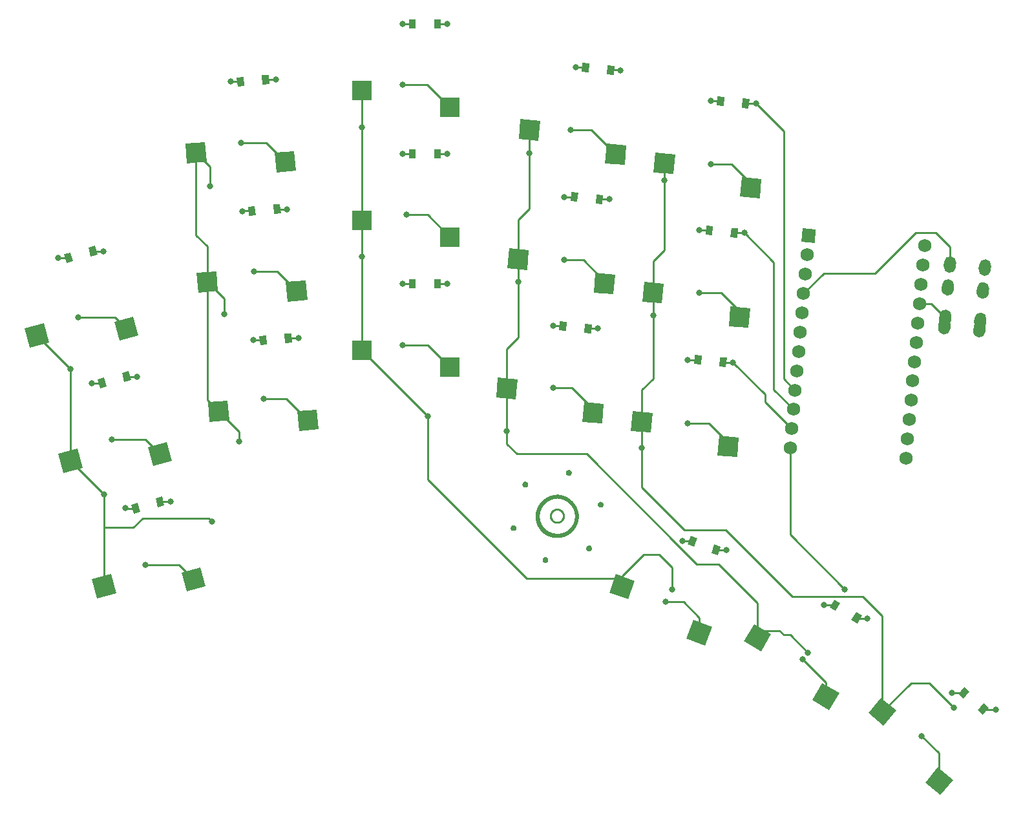
<source format=gbr>
%TF.GenerationSoftware,KiCad,Pcbnew,(5.1.10)-1*%
%TF.CreationDate,2021-09-28T22:32:17-05:00*%
%TF.ProjectId,a_duck,615f6475-636b-42e6-9b69-6361645f7063,VERSION_HERE*%
%TF.SameCoordinates,Original*%
%TF.FileFunction,Copper,L2,Bot*%
%TF.FilePolarity,Positive*%
%FSLAX46Y46*%
G04 Gerber Fmt 4.6, Leading zero omitted, Abs format (unit mm)*
G04 Created by KiCad (PCBNEW (5.1.10)-1) date 2021-09-28 22:32:17*
%MOMM*%
%LPD*%
G01*
G04 APERTURE LIST*
%TA.AperFunction,EtchedComponent*%
%ADD10C,0.136036*%
%TD*%
%TA.AperFunction,EtchedComponent*%
%ADD11C,0.100000*%
%TD*%
%TA.AperFunction,ComponentPad*%
%ADD12C,0.100000*%
%TD*%
%TA.AperFunction,ComponentPad*%
%ADD13C,1.752600*%
%TD*%
%TA.AperFunction,SMDPad,CuDef*%
%ADD14C,0.100000*%
%TD*%
%TA.AperFunction,SMDPad,CuDef*%
%ADD15R,2.600000X2.600000*%
%TD*%
%TA.AperFunction,SMDPad,CuDef*%
%ADD16R,0.900000X1.200000*%
%TD*%
%TA.AperFunction,ViaPad*%
%ADD17C,0.800000*%
%TD*%
%TA.AperFunction,Conductor*%
%ADD18C,0.250000*%
%TD*%
G04 APERTURE END LIST*
D10*
%TO.C,svg2mod*%
G36*
X209144225Y-168634074D02*
G01*
X209143261Y-168657949D01*
X209140419Y-168681292D01*
X209135773Y-168704029D01*
X209129399Y-168726084D01*
X209121370Y-168747382D01*
X209111763Y-168767849D01*
X209100652Y-168787409D01*
X209088111Y-168805989D01*
X209074215Y-168823512D01*
X209059040Y-168839905D01*
X209042659Y-168855091D01*
X209025148Y-168868997D01*
X209006582Y-168881548D01*
X208987035Y-168892667D01*
X208966582Y-168902282D01*
X208945298Y-168910316D01*
X208923258Y-168916696D01*
X208900536Y-168921345D01*
X208877208Y-168924190D01*
X208853347Y-168925154D01*
X208829465Y-168924190D01*
X208806114Y-168921345D01*
X208783367Y-168916696D01*
X208761301Y-168910316D01*
X208739991Y-168902282D01*
X208719511Y-168892667D01*
X208699937Y-168881548D01*
X208681343Y-168868997D01*
X208663806Y-168855091D01*
X208647399Y-168839905D01*
X208632199Y-168823512D01*
X208618280Y-168805989D01*
X208605717Y-168787409D01*
X208594586Y-168767849D01*
X208584961Y-168747382D01*
X208576917Y-168726084D01*
X208570531Y-168704029D01*
X208565876Y-168681292D01*
X208563028Y-168657949D01*
X208562062Y-168634074D01*
X208563028Y-168610217D01*
X208565876Y-168586889D01*
X208570531Y-168564163D01*
X208576917Y-168542116D01*
X208584961Y-168520823D01*
X208594586Y-168500359D01*
X208605717Y-168480799D01*
X208618280Y-168462218D01*
X208632199Y-168444691D01*
X208647399Y-168428294D01*
X208663806Y-168413102D01*
X208681343Y-168399190D01*
X208699937Y-168386633D01*
X208719511Y-168375506D01*
X208739991Y-168365885D01*
X208761301Y-168357844D01*
X208783367Y-168351460D01*
X208806114Y-168346806D01*
X208829465Y-168343959D01*
X208853347Y-168342993D01*
X208877208Y-168343958D01*
X208900536Y-168346803D01*
X208923258Y-168351452D01*
X208945298Y-168357831D01*
X208966582Y-168365866D01*
X208987035Y-168375480D01*
X209006582Y-168386600D01*
X209025148Y-168399151D01*
X209042659Y-168413057D01*
X209059040Y-168428243D01*
X209074215Y-168444636D01*
X209088111Y-168462159D01*
X209100652Y-168480738D01*
X209111763Y-168500299D01*
X209121370Y-168520766D01*
X209129399Y-168542064D01*
X209135773Y-168564119D01*
X209140419Y-168586856D01*
X209143261Y-168610199D01*
X209144225Y-168634074D01*
G37*
X209144225Y-168634074D02*
X209143261Y-168657949D01*
X209140419Y-168681292D01*
X209135773Y-168704029D01*
X209129399Y-168726084D01*
X209121370Y-168747382D01*
X209111763Y-168767849D01*
X209100652Y-168787409D01*
X209088111Y-168805989D01*
X209074215Y-168823512D01*
X209059040Y-168839905D01*
X209042659Y-168855091D01*
X209025148Y-168868997D01*
X209006582Y-168881548D01*
X208987035Y-168892667D01*
X208966582Y-168902282D01*
X208945298Y-168910316D01*
X208923258Y-168916696D01*
X208900536Y-168921345D01*
X208877208Y-168924190D01*
X208853347Y-168925154D01*
X208829465Y-168924190D01*
X208806114Y-168921345D01*
X208783367Y-168916696D01*
X208761301Y-168910316D01*
X208739991Y-168902282D01*
X208719511Y-168892667D01*
X208699937Y-168881548D01*
X208681343Y-168868997D01*
X208663806Y-168855091D01*
X208647399Y-168839905D01*
X208632199Y-168823512D01*
X208618280Y-168805989D01*
X208605717Y-168787409D01*
X208594586Y-168767849D01*
X208584961Y-168747382D01*
X208576917Y-168726084D01*
X208570531Y-168704029D01*
X208565876Y-168681292D01*
X208563028Y-168657949D01*
X208562062Y-168634074D01*
X208563028Y-168610217D01*
X208565876Y-168586889D01*
X208570531Y-168564163D01*
X208576917Y-168542116D01*
X208584961Y-168520823D01*
X208594586Y-168500359D01*
X208605717Y-168480799D01*
X208618280Y-168462218D01*
X208632199Y-168444691D01*
X208647399Y-168428294D01*
X208663806Y-168413102D01*
X208681343Y-168399190D01*
X208699937Y-168386633D01*
X208719511Y-168375506D01*
X208739991Y-168365885D01*
X208761301Y-168357844D01*
X208783367Y-168351460D01*
X208806114Y-168346806D01*
X208829465Y-168343959D01*
X208853347Y-168342993D01*
X208877208Y-168343958D01*
X208900536Y-168346803D01*
X208923258Y-168351452D01*
X208945298Y-168357831D01*
X208966582Y-168365866D01*
X208987035Y-168375480D01*
X209006582Y-168386600D01*
X209025148Y-168399151D01*
X209042659Y-168413057D01*
X209059040Y-168428243D01*
X209074215Y-168444636D01*
X209088111Y-168462159D01*
X209100652Y-168480738D01*
X209111763Y-168500299D01*
X209121370Y-168520766D01*
X209129399Y-168542064D01*
X209135773Y-168564119D01*
X209140419Y-168586856D01*
X209143261Y-168610199D01*
X209144225Y-168634074D01*
G36*
X213066461Y-170058053D02*
G01*
X213064900Y-170398600D01*
X213039768Y-170398730D01*
X213014697Y-170399119D01*
X212989688Y-170399766D01*
X212964742Y-170400670D01*
X212939862Y-170401829D01*
X212915048Y-170403242D01*
X212890301Y-170404907D01*
X212865623Y-170406824D01*
X212841015Y-170408992D01*
X212816479Y-170411408D01*
X212792015Y-170414072D01*
X212767625Y-170416982D01*
X212743310Y-170420137D01*
X212719071Y-170423536D01*
X212694910Y-170427178D01*
X212670829Y-170431061D01*
X212646827Y-170435184D01*
X212622907Y-170439545D01*
X212599070Y-170444144D01*
X212575318Y-170448979D01*
X212551650Y-170454049D01*
X212528069Y-170459352D01*
X212504576Y-170464888D01*
X212481173Y-170470655D01*
X212457860Y-170476651D01*
X212434639Y-170482876D01*
X212411510Y-170489328D01*
X212388477Y-170496006D01*
X212365538Y-170502908D01*
X212342697Y-170510034D01*
X212319954Y-170517382D01*
X212297311Y-170524951D01*
X212274768Y-170532739D01*
X212252327Y-170540746D01*
X212229990Y-170548969D01*
X212207757Y-170557408D01*
X212185630Y-170566062D01*
X212163610Y-170574929D01*
X212141699Y-170584007D01*
X212119897Y-170593296D01*
X212098207Y-170602794D01*
X212076628Y-170612500D01*
X212055163Y-170622413D01*
X212033814Y-170632532D01*
X212012580Y-170642854D01*
X211991463Y-170653380D01*
X211970466Y-170664107D01*
X211949588Y-170675034D01*
X211928831Y-170686161D01*
X211908197Y-170697485D01*
X211887687Y-170709006D01*
X211867302Y-170720722D01*
X211847043Y-170732631D01*
X211826912Y-170744734D01*
X211806910Y-170757028D01*
X211787038Y-170769512D01*
X211767297Y-170782185D01*
X211747689Y-170795045D01*
X211728216Y-170808091D01*
X211708877Y-170821323D01*
X211689675Y-170834738D01*
X211670611Y-170848336D01*
X211651686Y-170862115D01*
X211632902Y-170876073D01*
X211614259Y-170890211D01*
X211595760Y-170904525D01*
X211577404Y-170919016D01*
X211559195Y-170933681D01*
X211541132Y-170948520D01*
X211523217Y-170963531D01*
X211505451Y-170978713D01*
X211487836Y-170994065D01*
X211470373Y-171009585D01*
X211453064Y-171025272D01*
X211435909Y-171041125D01*
X211418909Y-171057142D01*
X211402067Y-171073323D01*
X211385383Y-171089666D01*
X211368859Y-171106169D01*
X211352495Y-171122832D01*
X211336294Y-171139652D01*
X211320257Y-171156630D01*
X211304384Y-171173763D01*
X211288677Y-171191051D01*
X211273137Y-171208492D01*
X211257766Y-171226084D01*
X211242565Y-171243827D01*
X211227535Y-171261719D01*
X211212677Y-171279759D01*
X211197993Y-171297945D01*
X211183484Y-171316277D01*
X211169152Y-171334753D01*
X211154997Y-171353372D01*
X211141021Y-171372132D01*
X211127224Y-171391032D01*
X211113610Y-171410072D01*
X211100178Y-171429249D01*
X211086929Y-171448562D01*
X211073866Y-171468011D01*
X211060990Y-171487593D01*
X211048301Y-171507308D01*
X211035802Y-171527155D01*
X211023493Y-171547131D01*
X211011375Y-171567236D01*
X210999450Y-171587469D01*
X210987720Y-171607827D01*
X210976185Y-171628311D01*
X210964847Y-171648918D01*
X210953706Y-171669647D01*
X210942765Y-171690498D01*
X210932025Y-171711468D01*
X210921486Y-171732557D01*
X210911151Y-171753763D01*
X210901020Y-171775085D01*
X210891095Y-171796522D01*
X210881377Y-171818072D01*
X210871867Y-171839734D01*
X210862566Y-171861507D01*
X210853476Y-171883389D01*
X210844599Y-171905380D01*
X210835935Y-171927478D01*
X210827485Y-171949681D01*
X210819252Y-171971989D01*
X210811235Y-171994400D01*
X210803438Y-172016913D01*
X210795859Y-172039527D01*
X210788502Y-172062240D01*
X210781368Y-172085051D01*
X210774457Y-172107958D01*
X210767771Y-172130961D01*
X210761311Y-172154059D01*
X210755078Y-172177249D01*
X210749074Y-172200531D01*
X210743301Y-172223903D01*
X210737758Y-172247365D01*
X210732448Y-172270914D01*
X210727372Y-172294550D01*
X210722531Y-172318271D01*
X210717927Y-172342076D01*
X210713560Y-172365963D01*
X210709432Y-172389932D01*
X210705545Y-172413982D01*
X210701899Y-172438110D01*
X210698495Y-172462315D01*
X210695336Y-172486597D01*
X210692423Y-172510954D01*
X210689756Y-172535385D01*
X210687336Y-172559888D01*
X210685167Y-172584463D01*
X210683247Y-172609107D01*
X210681579Y-172633820D01*
X210680165Y-172658600D01*
X210679005Y-172683447D01*
X210678100Y-172708358D01*
X210677452Y-172733333D01*
X210677062Y-172758370D01*
X210676932Y-172783468D01*
X210677062Y-172808566D01*
X210677452Y-172833603D01*
X210678100Y-172858578D01*
X210679005Y-172883489D01*
X210680165Y-172908336D01*
X210681579Y-172933117D01*
X210683247Y-172957831D01*
X210685167Y-172982476D01*
X210687336Y-173007052D01*
X210689756Y-173031556D01*
X210692423Y-173055988D01*
X210695336Y-173080347D01*
X210698495Y-173104630D01*
X210701899Y-173128837D01*
X210705545Y-173152967D01*
X210709432Y-173177018D01*
X210713560Y-173200989D01*
X210717927Y-173224879D01*
X210722531Y-173248686D01*
X210727372Y-173272409D01*
X210732448Y-173296047D01*
X210737758Y-173319598D01*
X210743301Y-173343062D01*
X210749074Y-173366437D01*
X210755078Y-173389721D01*
X210761311Y-173412914D01*
X210767771Y-173436014D01*
X210774457Y-173459020D01*
X210781368Y-173481931D01*
X210788502Y-173504745D01*
X210795859Y-173527461D01*
X210803438Y-173550078D01*
X210811235Y-173572594D01*
X210819252Y-173595008D01*
X210827485Y-173617320D01*
X210835935Y-173639526D01*
X210844599Y-173661628D01*
X210853476Y-173683622D01*
X210862566Y-173705508D01*
X210871867Y-173727285D01*
X210881377Y-173748951D01*
X210891095Y-173770505D01*
X210901020Y-173791945D01*
X210911151Y-173813271D01*
X210921486Y-173834481D01*
X210932025Y-173855574D01*
X210942765Y-173876549D01*
X210953706Y-173897403D01*
X210964847Y-173918137D01*
X210976185Y-173938748D01*
X210987720Y-173959236D01*
X210999450Y-173979599D01*
X211011375Y-173999836D01*
X211023493Y-174019946D01*
X211035802Y-174039926D01*
X211048301Y-174059777D01*
X211060990Y-174079497D01*
X211073866Y-174099084D01*
X211086929Y-174118537D01*
X211100178Y-174137855D01*
X211113610Y-174157037D01*
X211127224Y-174176081D01*
X211141021Y-174194986D01*
X211154997Y-174213751D01*
X211169152Y-174232375D01*
X211183484Y-174250855D01*
X211197993Y-174269192D01*
X211212677Y-174287383D01*
X211227535Y-174305428D01*
X211242565Y-174323325D01*
X211257766Y-174341073D01*
X211273137Y-174358670D01*
X211288677Y-174376116D01*
X211304384Y-174393408D01*
X211320257Y-174410546D01*
X211336294Y-174427529D01*
X211352495Y-174444355D01*
X211368859Y-174461022D01*
X211385383Y-174477531D01*
X211402067Y-174493878D01*
X211418909Y-174510064D01*
X211435909Y-174526086D01*
X211453064Y-174541944D01*
X211470373Y-174557636D01*
X211487836Y-174573161D01*
X211505451Y-174588517D01*
X211523217Y-174603704D01*
X211541132Y-174618720D01*
X211559195Y-174633564D01*
X211577404Y-174648234D01*
X211595760Y-174662729D01*
X211614259Y-174677049D01*
X211632902Y-174691191D01*
X211651686Y-174705154D01*
X211670611Y-174718938D01*
X211689675Y-174732540D01*
X211708877Y-174745960D01*
X211728216Y-174759197D01*
X211747689Y-174772248D01*
X211767297Y-174785113D01*
X211787038Y-174797790D01*
X211806910Y-174810278D01*
X211826912Y-174822577D01*
X211847043Y-174834684D01*
X211867302Y-174846598D01*
X211887687Y-174858318D01*
X211908197Y-174869843D01*
X211928831Y-174881172D01*
X211949588Y-174892302D01*
X211970466Y-174903234D01*
X211991463Y-174913965D01*
X212012580Y-174924495D01*
X212033814Y-174934821D01*
X212055163Y-174944944D01*
X212076628Y-174954860D01*
X212098207Y-174964570D01*
X212119897Y-174974073D01*
X212141699Y-174983365D01*
X212163610Y-174992447D01*
X212185630Y-175001318D01*
X212207757Y-175009975D01*
X212229990Y-175018417D01*
X212252327Y-175026644D01*
X212274768Y-175034654D01*
X212297311Y-175042445D01*
X212319954Y-175050017D01*
X212342697Y-175057368D01*
X212365538Y-175064497D01*
X212388477Y-175071403D01*
X212411510Y-175078083D01*
X212434639Y-175084538D01*
X212457860Y-175090766D01*
X212481173Y-175096765D01*
X212504576Y-175102534D01*
X212528069Y-175108072D01*
X212551650Y-175113378D01*
X212575318Y-175118450D01*
X212599070Y-175123287D01*
X212622907Y-175127888D01*
X212646827Y-175132252D01*
X212670829Y-175136376D01*
X212694910Y-175140261D01*
X212719071Y-175143904D01*
X212743310Y-175147305D01*
X212767625Y-175150461D01*
X212792015Y-175153373D01*
X212816479Y-175156038D01*
X212841015Y-175158455D01*
X212865623Y-175160624D01*
X212890301Y-175162542D01*
X212915048Y-175164208D01*
X212939862Y-175165622D01*
X212964742Y-175166781D01*
X212989688Y-175167685D01*
X213014697Y-175168332D01*
X213039768Y-175168722D01*
X213064900Y-175168852D01*
X213090033Y-175168722D01*
X213115104Y-175168332D01*
X213140114Y-175167685D01*
X213165059Y-175166781D01*
X213189940Y-175165622D01*
X213214755Y-175164208D01*
X213239503Y-175162542D01*
X213264182Y-175160624D01*
X213288790Y-175158455D01*
X213313328Y-175156038D01*
X213337793Y-175153373D01*
X213362185Y-175150461D01*
X213386501Y-175147305D01*
X213410741Y-175143904D01*
X213434903Y-175140261D01*
X213458987Y-175136376D01*
X213482990Y-175132252D01*
X213506912Y-175127888D01*
X213530751Y-175123287D01*
X213554506Y-175118450D01*
X213578176Y-175113378D01*
X213601759Y-175108072D01*
X213625254Y-175102534D01*
X213648660Y-175096765D01*
X213671976Y-175090766D01*
X213695200Y-175084538D01*
X213718331Y-175078083D01*
X213741367Y-175071403D01*
X213764309Y-175064497D01*
X213787153Y-175057368D01*
X213809899Y-175050017D01*
X213832546Y-175042445D01*
X213855092Y-175034654D01*
X213877536Y-175026644D01*
X213899877Y-175018417D01*
X213922113Y-175009975D01*
X213944243Y-175001318D01*
X213966267Y-174992447D01*
X213988182Y-174983365D01*
X214009987Y-174974073D01*
X214031681Y-174964570D01*
X214053264Y-174954860D01*
X214074732Y-174944944D01*
X214096086Y-174934821D01*
X214117324Y-174924495D01*
X214138444Y-174913965D01*
X214159446Y-174903234D01*
X214180328Y-174892302D01*
X214201089Y-174881172D01*
X214221727Y-174869843D01*
X214242242Y-174858318D01*
X214262631Y-174846598D01*
X214282894Y-174834684D01*
X214303030Y-174822577D01*
X214323037Y-174810278D01*
X214342913Y-174797790D01*
X214362658Y-174785113D01*
X214382271Y-174772248D01*
X214401749Y-174759197D01*
X214421092Y-174745960D01*
X214440299Y-174732540D01*
X214459367Y-174718938D01*
X214478297Y-174705154D01*
X214497086Y-174691191D01*
X214515734Y-174677049D01*
X214534238Y-174662729D01*
X214552598Y-174648234D01*
X214570813Y-174633564D01*
X214588881Y-174618720D01*
X214606801Y-174603704D01*
X214624571Y-174588517D01*
X214642191Y-174573161D01*
X214659658Y-174557636D01*
X214676973Y-174541944D01*
X214694133Y-174526086D01*
X214711137Y-174510064D01*
X214727985Y-174493878D01*
X214744673Y-174477531D01*
X214761203Y-174461022D01*
X214777571Y-174444355D01*
X214793777Y-174427529D01*
X214809820Y-174410546D01*
X214825698Y-174393408D01*
X214841409Y-174376116D01*
X214856954Y-174358670D01*
X214872330Y-174341073D01*
X214887536Y-174323325D01*
X214902571Y-174305428D01*
X214917433Y-174287383D01*
X214932122Y-174269192D01*
X214946636Y-174250855D01*
X214960973Y-174232375D01*
X214975133Y-174213751D01*
X214989114Y-174194986D01*
X215002915Y-174176081D01*
X215016534Y-174157037D01*
X215029971Y-174137855D01*
X215043224Y-174118537D01*
X215056291Y-174099084D01*
X215069172Y-174079497D01*
X215081866Y-174059777D01*
X215094370Y-174039926D01*
X215106683Y-174019946D01*
X215118805Y-173999836D01*
X215130734Y-173979599D01*
X215142469Y-173959236D01*
X215154009Y-173938748D01*
X215165351Y-173918137D01*
X215176496Y-173897403D01*
X215187441Y-173876549D01*
X215198185Y-173855574D01*
X215208728Y-173834481D01*
X215219067Y-173813271D01*
X215229202Y-173791945D01*
X215239131Y-173770505D01*
X215248853Y-173748951D01*
X215258367Y-173727285D01*
X215267671Y-173705508D01*
X215276765Y-173683622D01*
X215285646Y-173661628D01*
X215294314Y-173639526D01*
X215302767Y-173617320D01*
X215311003Y-173595008D01*
X215319023Y-173572594D01*
X215326824Y-173550078D01*
X215334405Y-173527461D01*
X215341766Y-173504745D01*
X215348903Y-173481931D01*
X215355817Y-173459020D01*
X215362506Y-173436014D01*
X215368969Y-173412914D01*
X215375204Y-173389721D01*
X215381211Y-173366437D01*
X215386987Y-173343062D01*
X215392532Y-173319598D01*
X215397844Y-173296047D01*
X215402922Y-173272409D01*
X215407765Y-173248686D01*
X215412372Y-173224879D01*
X215416740Y-173200989D01*
X215420870Y-173177018D01*
X215424759Y-173152967D01*
X215428407Y-173128837D01*
X215431812Y-173104630D01*
X215434972Y-173080347D01*
X215437888Y-173055988D01*
X215440556Y-173031556D01*
X215442976Y-173007052D01*
X215445147Y-172982476D01*
X215447067Y-172957831D01*
X215448736Y-172933117D01*
X215450151Y-172908336D01*
X215451312Y-172883489D01*
X215452217Y-172858578D01*
X215452865Y-172833603D01*
X215453255Y-172808566D01*
X215453385Y-172783468D01*
X215453255Y-172758370D01*
X215452865Y-172733333D01*
X215452217Y-172708358D01*
X215451312Y-172683447D01*
X215450151Y-172658600D01*
X215448736Y-172633820D01*
X215447067Y-172609107D01*
X215445147Y-172584463D01*
X215442976Y-172559888D01*
X215440556Y-172535385D01*
X215437888Y-172510954D01*
X215434972Y-172486597D01*
X215431812Y-172462315D01*
X215428407Y-172438110D01*
X215424759Y-172413982D01*
X215420870Y-172389932D01*
X215416740Y-172365963D01*
X215412372Y-172342076D01*
X215407765Y-172318271D01*
X215402922Y-172294550D01*
X215397844Y-172270914D01*
X215392532Y-172247365D01*
X215386987Y-172223903D01*
X215381211Y-172200531D01*
X215375204Y-172177249D01*
X215368969Y-172154059D01*
X215362506Y-172130961D01*
X215355817Y-172107958D01*
X215348903Y-172085051D01*
X215341766Y-172062240D01*
X215334405Y-172039527D01*
X215326824Y-172016913D01*
X215319023Y-171994400D01*
X215311003Y-171971989D01*
X215302767Y-171949681D01*
X215294314Y-171927478D01*
X215285646Y-171905380D01*
X215276765Y-171883389D01*
X215267671Y-171861507D01*
X215258367Y-171839734D01*
X215248853Y-171818072D01*
X215239131Y-171796522D01*
X215229202Y-171775085D01*
X215219067Y-171753763D01*
X215208728Y-171732557D01*
X215198185Y-171711468D01*
X215187441Y-171690498D01*
X215176496Y-171669647D01*
X215165351Y-171648918D01*
X215154009Y-171628311D01*
X215142469Y-171607827D01*
X215130734Y-171587469D01*
X215118805Y-171567236D01*
X215106683Y-171547131D01*
X215094370Y-171527155D01*
X215081866Y-171507308D01*
X215069172Y-171487593D01*
X215056291Y-171468011D01*
X215043224Y-171448562D01*
X215029971Y-171429249D01*
X215016534Y-171410072D01*
X215002915Y-171391032D01*
X214989114Y-171372132D01*
X214975133Y-171353372D01*
X214960973Y-171334753D01*
X214946636Y-171316277D01*
X214932122Y-171297945D01*
X214917433Y-171279759D01*
X214902571Y-171261719D01*
X214887536Y-171243827D01*
X214872330Y-171226084D01*
X214856954Y-171208492D01*
X214841409Y-171191051D01*
X214825698Y-171173763D01*
X214809820Y-171156630D01*
X214793777Y-171139652D01*
X214777571Y-171122832D01*
X214761203Y-171106169D01*
X214744673Y-171089666D01*
X214727985Y-171073323D01*
X214711137Y-171057142D01*
X214694133Y-171041125D01*
X214676973Y-171025272D01*
X214659658Y-171009585D01*
X214642191Y-170994065D01*
X214624571Y-170978713D01*
X214606801Y-170963531D01*
X214588881Y-170948520D01*
X214570813Y-170933681D01*
X214552598Y-170919016D01*
X214534238Y-170904525D01*
X214515734Y-170890211D01*
X214497086Y-170876073D01*
X214478297Y-170862115D01*
X214459367Y-170848336D01*
X214440299Y-170834738D01*
X214421092Y-170821323D01*
X214401749Y-170808091D01*
X214382271Y-170795045D01*
X214362658Y-170782185D01*
X214342913Y-170769512D01*
X214323037Y-170757028D01*
X214303030Y-170744734D01*
X214282894Y-170732631D01*
X214262631Y-170720722D01*
X214242242Y-170709006D01*
X214221727Y-170697485D01*
X214201089Y-170686161D01*
X214180328Y-170675034D01*
X214159446Y-170664107D01*
X214138444Y-170653380D01*
X214117324Y-170642854D01*
X214096086Y-170632532D01*
X214074732Y-170622413D01*
X214053264Y-170612500D01*
X214031681Y-170602794D01*
X214009987Y-170593296D01*
X213988182Y-170584007D01*
X213966267Y-170574929D01*
X213944243Y-170566062D01*
X213922113Y-170557408D01*
X213899877Y-170548969D01*
X213877536Y-170540746D01*
X213855092Y-170532739D01*
X213832546Y-170524951D01*
X213809899Y-170517382D01*
X213787153Y-170510034D01*
X213764309Y-170502908D01*
X213741367Y-170496006D01*
X213718331Y-170489328D01*
X213695200Y-170482876D01*
X213671976Y-170476651D01*
X213648660Y-170470655D01*
X213625254Y-170464888D01*
X213601759Y-170459352D01*
X213578176Y-170454049D01*
X213554506Y-170448979D01*
X213530751Y-170444144D01*
X213506912Y-170439545D01*
X213482990Y-170435184D01*
X213458987Y-170431061D01*
X213434903Y-170427178D01*
X213410741Y-170423536D01*
X213386501Y-170420137D01*
X213362185Y-170416982D01*
X213337793Y-170414072D01*
X213313328Y-170411408D01*
X213288790Y-170408992D01*
X213264182Y-170406824D01*
X213239503Y-170404907D01*
X213214755Y-170403242D01*
X213189940Y-170401829D01*
X213165059Y-170400670D01*
X213140114Y-170399766D01*
X213115104Y-170399119D01*
X213090033Y-170398730D01*
X213064900Y-170398600D01*
X213066461Y-170058053D01*
X213091824Y-170058209D01*
X213117180Y-170058677D01*
X213142527Y-170059453D01*
X213167863Y-170060537D01*
X213193186Y-170061925D01*
X213218494Y-170063616D01*
X213243786Y-170065608D01*
X213269060Y-170067898D01*
X213294314Y-170070485D01*
X213319546Y-170073366D01*
X213344754Y-170076539D01*
X213369936Y-170080001D01*
X213395091Y-170083752D01*
X213420217Y-170087789D01*
X213445312Y-170092109D01*
X213470374Y-170096710D01*
X213495400Y-170101591D01*
X213520391Y-170106749D01*
X213545343Y-170112182D01*
X213570254Y-170117888D01*
X213595123Y-170123865D01*
X213619949Y-170130111D01*
X213644728Y-170136623D01*
X213669460Y-170143400D01*
X213694143Y-170150439D01*
X213718774Y-170157739D01*
X213743352Y-170165296D01*
X213767875Y-170173110D01*
X213792341Y-170181177D01*
X213816748Y-170189496D01*
X213841095Y-170198065D01*
X213865379Y-170206881D01*
X213889797Y-170214840D01*
X213914114Y-170223021D01*
X213938330Y-170231423D01*
X213962443Y-170240045D01*
X213986452Y-170248887D01*
X214010355Y-170257945D01*
X214034152Y-170267220D01*
X214057841Y-170276711D01*
X214081422Y-170286415D01*
X214104892Y-170296332D01*
X214128251Y-170306460D01*
X214151497Y-170316799D01*
X214174630Y-170327347D01*
X214197648Y-170338102D01*
X214220549Y-170349065D01*
X214243333Y-170360233D01*
X214265998Y-170371605D01*
X214288544Y-170383181D01*
X214310969Y-170394958D01*
X214333271Y-170406936D01*
X214355450Y-170419113D01*
X214377504Y-170431489D01*
X214399432Y-170444062D01*
X214421233Y-170456830D01*
X214442906Y-170469793D01*
X214464449Y-170482950D01*
X214485862Y-170496299D01*
X214507142Y-170509839D01*
X214528290Y-170523568D01*
X214549303Y-170537487D01*
X214570180Y-170551592D01*
X214590921Y-170565884D01*
X214611524Y-170580361D01*
X214631987Y-170595022D01*
X214652310Y-170609865D01*
X214672491Y-170624890D01*
X214692530Y-170640094D01*
X214712424Y-170655478D01*
X214732173Y-170671039D01*
X214751776Y-170686777D01*
X214771230Y-170702691D01*
X214790536Y-170718778D01*
X214809692Y-170735038D01*
X214828696Y-170751470D01*
X214847548Y-170768073D01*
X214866246Y-170784845D01*
X214884789Y-170801785D01*
X214903176Y-170818891D01*
X214921405Y-170836164D01*
X214939476Y-170853601D01*
X214957387Y-170871201D01*
X214975137Y-170888963D01*
X214992724Y-170906886D01*
X215010148Y-170924969D01*
X215027408Y-170943210D01*
X215044501Y-170961609D01*
X215061427Y-170980163D01*
X215078185Y-170998872D01*
X215094774Y-171017735D01*
X215111191Y-171036751D01*
X215127437Y-171055917D01*
X215143509Y-171075233D01*
X215159408Y-171094699D01*
X215175130Y-171114311D01*
X215190676Y-171134070D01*
X215206043Y-171153975D01*
X215221232Y-171174023D01*
X215236239Y-171194214D01*
X215251066Y-171214546D01*
X215265709Y-171235019D01*
X215280168Y-171255631D01*
X215294442Y-171276381D01*
X215308529Y-171297268D01*
X215322429Y-171318290D01*
X215336140Y-171339446D01*
X215349660Y-171360736D01*
X215362989Y-171382157D01*
X215376126Y-171403709D01*
X215389068Y-171425391D01*
X215401816Y-171447200D01*
X215414367Y-171469137D01*
X215426721Y-171491200D01*
X215438877Y-171513387D01*
X215450832Y-171535698D01*
X215462587Y-171558131D01*
X215474139Y-171580685D01*
X215485487Y-171603359D01*
X215496631Y-171626151D01*
X215507569Y-171649061D01*
X215518300Y-171672087D01*
X215528822Y-171695228D01*
X215539135Y-171718483D01*
X215549237Y-171741850D01*
X215559127Y-171765329D01*
X215568804Y-171788918D01*
X215578266Y-171812615D01*
X215587513Y-171836421D01*
X215596543Y-171860333D01*
X215605355Y-171884351D01*
X215613948Y-171908472D01*
X215622320Y-171932697D01*
X215630470Y-171957023D01*
X215638398Y-171981449D01*
X215647309Y-172005952D01*
X215655970Y-172030518D01*
X215664378Y-172055144D01*
X215672532Y-172079830D01*
X215680429Y-172104572D01*
X215688066Y-172129370D01*
X215695443Y-172154220D01*
X215702556Y-172179122D01*
X215709404Y-172204073D01*
X215715985Y-172229071D01*
X215722296Y-172254115D01*
X215728335Y-172279202D01*
X215734100Y-172304331D01*
X215739589Y-172329499D01*
X215744800Y-172354705D01*
X215749731Y-172379946D01*
X215754379Y-172405222D01*
X215758743Y-172430529D01*
X215762821Y-172455866D01*
X215766609Y-172481231D01*
X215770107Y-172506622D01*
X215773312Y-172532037D01*
X215776221Y-172557474D01*
X215778833Y-172582931D01*
X215781146Y-172608407D01*
X215783158Y-172633899D01*
X215784866Y-172659405D01*
X215786268Y-172684924D01*
X215787362Y-172710453D01*
X215788146Y-172735991D01*
X215788618Y-172761536D01*
X215788776Y-172787085D01*
X215788608Y-172813131D01*
X215788107Y-172839167D01*
X215787276Y-172865190D01*
X215786118Y-172891200D01*
X215784635Y-172917194D01*
X215782832Y-172943170D01*
X215780710Y-172969128D01*
X215778274Y-172995064D01*
X215775526Y-173020978D01*
X215772469Y-173046867D01*
X215769106Y-173072730D01*
X215765440Y-173098566D01*
X215761475Y-173124372D01*
X215757214Y-173150146D01*
X215752658Y-173175888D01*
X215747813Y-173201595D01*
X215742680Y-173227265D01*
X215737263Y-173252897D01*
X215731564Y-173278489D01*
X215725587Y-173304040D01*
X215719336Y-173329547D01*
X215712812Y-173355009D01*
X215707780Y-173379293D01*
X215702534Y-173403499D01*
X215697074Y-173427625D01*
X215691401Y-173451671D01*
X215685516Y-173475635D01*
X215679421Y-173499517D01*
X215673117Y-173523315D01*
X215666604Y-173547029D01*
X215659883Y-173570657D01*
X215652956Y-173594198D01*
X215645824Y-173617652D01*
X215638487Y-173641016D01*
X215630947Y-173664291D01*
X215623205Y-173687475D01*
X215615262Y-173710567D01*
X215607118Y-173733566D01*
X215598776Y-173756470D01*
X215590235Y-173779280D01*
X215581497Y-173801994D01*
X215572564Y-173824610D01*
X215563435Y-173847128D01*
X215554113Y-173869547D01*
X215544598Y-173891865D01*
X215534891Y-173914082D01*
X215524993Y-173936197D01*
X215514906Y-173958208D01*
X215504630Y-173980115D01*
X215494166Y-174001916D01*
X215483516Y-174023610D01*
X215472680Y-174045197D01*
X215461660Y-174066675D01*
X215450457Y-174088043D01*
X215439071Y-174109301D01*
X215427504Y-174130446D01*
X215415756Y-174151479D01*
X215403829Y-174172398D01*
X215391724Y-174193201D01*
X215379442Y-174213889D01*
X215366984Y-174234459D01*
X215354351Y-174254912D01*
X215341544Y-174275245D01*
X215328564Y-174295458D01*
X215315412Y-174315550D01*
X215302089Y-174335519D01*
X215288596Y-174355365D01*
X215274935Y-174375087D01*
X215261106Y-174394683D01*
X215247110Y-174414152D01*
X215232949Y-174433494D01*
X215218623Y-174452707D01*
X215204133Y-174471791D01*
X215189481Y-174490744D01*
X215174667Y-174509565D01*
X215159693Y-174528254D01*
X215144560Y-174546808D01*
X215129269Y-174565228D01*
X215113820Y-174583512D01*
X215098215Y-174601658D01*
X215082454Y-174619667D01*
X215066540Y-174637537D01*
X215050473Y-174655266D01*
X215034253Y-174672854D01*
X215017883Y-174690300D01*
X215001362Y-174707603D01*
X214984693Y-174724761D01*
X214967876Y-174741774D01*
X214950912Y-174758641D01*
X214933802Y-174775360D01*
X214916548Y-174791931D01*
X214899150Y-174808352D01*
X214881609Y-174824622D01*
X214863927Y-174840741D01*
X214846104Y-174856707D01*
X214828141Y-174872519D01*
X214810041Y-174888177D01*
X214791803Y-174903679D01*
X214773428Y-174919024D01*
X214754918Y-174934210D01*
X214736274Y-174949238D01*
X214717497Y-174964106D01*
X214698587Y-174978813D01*
X214679547Y-174993357D01*
X214660376Y-175007739D01*
X214641077Y-175021956D01*
X214621649Y-175036008D01*
X214602094Y-175049894D01*
X214582414Y-175063612D01*
X214562609Y-175077162D01*
X214542679Y-175090542D01*
X214522628Y-175103752D01*
X214502454Y-175116790D01*
X214482160Y-175129656D01*
X214461746Y-175142348D01*
X214441214Y-175154866D01*
X214420564Y-175167207D01*
X214399797Y-175179372D01*
X214378915Y-175191359D01*
X214357919Y-175203167D01*
X214336810Y-175214795D01*
X214315588Y-175226243D01*
X214294255Y-175237508D01*
X214272811Y-175248590D01*
X214251259Y-175259488D01*
X214229598Y-175270201D01*
X214207831Y-175280727D01*
X214185957Y-175291067D01*
X214163978Y-175301218D01*
X214141896Y-175311179D01*
X214119710Y-175320951D01*
X214097423Y-175330530D01*
X214075035Y-175339918D01*
X214052547Y-175349111D01*
X214029960Y-175358111D01*
X214007276Y-175366914D01*
X213984495Y-175375521D01*
X213961619Y-175383930D01*
X213938648Y-175392140D01*
X213915584Y-175400151D01*
X213892427Y-175407960D01*
X213869179Y-175415568D01*
X213845840Y-175422973D01*
X213822413Y-175430173D01*
X213798897Y-175437169D01*
X213775294Y-175443959D01*
X213751604Y-175450541D01*
X213727830Y-175456915D01*
X213703971Y-175463080D01*
X213680030Y-175469035D01*
X213656006Y-175474778D01*
X213631902Y-175480309D01*
X213607717Y-175485626D01*
X213583454Y-175490729D01*
X213559113Y-175495616D01*
X213534696Y-175500287D01*
X213510202Y-175504740D01*
X213485634Y-175508975D01*
X213460993Y-175512989D01*
X213436279Y-175516783D01*
X213411493Y-175520355D01*
X213386637Y-175523705D01*
X213361711Y-175526830D01*
X213336717Y-175529730D01*
X213311656Y-175532405D01*
X213286529Y-175534852D01*
X213261336Y-175537071D01*
X213236079Y-175539061D01*
X213210759Y-175540821D01*
X213185377Y-175542350D01*
X213159934Y-175543646D01*
X213134430Y-175544709D01*
X213108868Y-175545537D01*
X213083248Y-175546131D01*
X213057571Y-175546487D01*
X213031838Y-175546606D01*
X213006722Y-175546493D01*
X212981659Y-175546153D01*
X212956650Y-175545588D01*
X212931696Y-175544799D01*
X212906798Y-175543786D01*
X212881957Y-175542551D01*
X212857174Y-175541094D01*
X212832450Y-175539417D01*
X212807786Y-175537521D01*
X212783182Y-175535406D01*
X212758641Y-175533073D01*
X212734162Y-175530524D01*
X212709747Y-175527760D01*
X212685397Y-175524780D01*
X212661112Y-175521588D01*
X212636894Y-175518182D01*
X212612744Y-175514565D01*
X212588663Y-175510737D01*
X212564651Y-175506699D01*
X212540709Y-175502453D01*
X212516840Y-175497999D01*
X212493042Y-175493338D01*
X212469319Y-175488471D01*
X212445669Y-175483399D01*
X212422096Y-175478124D01*
X212398598Y-175472645D01*
X212375178Y-175466965D01*
X212351837Y-175461083D01*
X212328574Y-175455002D01*
X212305392Y-175448722D01*
X212282292Y-175442243D01*
X212259273Y-175435568D01*
X212236338Y-175428696D01*
X212213487Y-175421629D01*
X212190722Y-175414368D01*
X212168042Y-175406914D01*
X212145449Y-175399268D01*
X212122945Y-175391430D01*
X212100530Y-175383402D01*
X212078205Y-175375185D01*
X212055970Y-175366780D01*
X212033828Y-175358187D01*
X212011779Y-175349408D01*
X211989824Y-175340444D01*
X211967963Y-175331295D01*
X211946199Y-175321962D01*
X211924531Y-175312447D01*
X211902961Y-175302751D01*
X211881490Y-175292874D01*
X211860119Y-175282818D01*
X211838848Y-175272583D01*
X211817680Y-175262170D01*
X211796614Y-175251581D01*
X211775651Y-175240816D01*
X211754794Y-175229876D01*
X211734041Y-175218763D01*
X211713396Y-175207477D01*
X211692858Y-175196019D01*
X211672429Y-175184391D01*
X211652109Y-175172592D01*
X211631899Y-175160625D01*
X211611801Y-175148490D01*
X211591816Y-175136188D01*
X211571944Y-175123720D01*
X211552186Y-175111087D01*
X211532544Y-175098290D01*
X211513017Y-175085330D01*
X211493609Y-175072209D01*
X211474318Y-175058926D01*
X211455147Y-175045483D01*
X211436096Y-175031881D01*
X211417166Y-175018120D01*
X211398358Y-175004203D01*
X211379674Y-174990129D01*
X211361113Y-174975901D01*
X211342678Y-174961518D01*
X211324369Y-174946981D01*
X211306186Y-174932293D01*
X211288132Y-174917453D01*
X211270207Y-174902463D01*
X211252412Y-174887323D01*
X211234747Y-174872035D01*
X211217215Y-174856600D01*
X211199815Y-174841018D01*
X211182549Y-174825290D01*
X211165418Y-174809418D01*
X211148423Y-174793403D01*
X211131564Y-174777245D01*
X211114844Y-174760946D01*
X211098262Y-174744506D01*
X211081819Y-174727926D01*
X211065518Y-174711207D01*
X211049358Y-174694351D01*
X211033340Y-174677358D01*
X211017466Y-174660230D01*
X211001737Y-174642967D01*
X210986153Y-174625569D01*
X210970716Y-174608039D01*
X210955426Y-174590378D01*
X210940284Y-174572585D01*
X210925292Y-174554663D01*
X210910451Y-174536611D01*
X210895760Y-174518432D01*
X210881222Y-174500125D01*
X210866838Y-174481693D01*
X210852607Y-174463135D01*
X210838532Y-174444454D01*
X210824613Y-174425649D01*
X210810852Y-174406723D01*
X210797248Y-174387675D01*
X210783804Y-174368507D01*
X210770519Y-174349220D01*
X210757396Y-174329814D01*
X210744435Y-174310292D01*
X210731637Y-174290653D01*
X210719003Y-174270899D01*
X210706534Y-174251030D01*
X210694231Y-174231048D01*
X210682094Y-174210954D01*
X210670126Y-174190749D01*
X210658327Y-174170433D01*
X210646697Y-174150007D01*
X210635238Y-174129473D01*
X210623951Y-174108832D01*
X210612837Y-174088084D01*
X210601896Y-174067230D01*
X210591131Y-174046272D01*
X210580541Y-174025210D01*
X210570127Y-174004046D01*
X210559891Y-173982780D01*
X210549834Y-173961413D01*
X210539957Y-173939946D01*
X210530259Y-173918381D01*
X210520744Y-173896718D01*
X210511411Y-173874958D01*
X210502261Y-173853103D01*
X210493296Y-173831152D01*
X210484516Y-173809108D01*
X210475923Y-173786971D01*
X210467517Y-173764742D01*
X210459299Y-173742422D01*
X210451271Y-173720012D01*
X210443433Y-173697513D01*
X210435786Y-173674925D01*
X210428332Y-173652251D01*
X210421070Y-173629491D01*
X210414003Y-173606646D01*
X210407131Y-173583716D01*
X210400455Y-173560703D01*
X210393977Y-173537609D01*
X210387696Y-173514433D01*
X210381614Y-173491176D01*
X210375732Y-173467841D01*
X210370052Y-173444427D01*
X210364573Y-173420936D01*
X210359297Y-173397368D01*
X210354225Y-173373725D01*
X210349358Y-173350008D01*
X210344697Y-173326217D01*
X210340243Y-173302354D01*
X210335996Y-173278419D01*
X210331958Y-173254414D01*
X210328130Y-173230339D01*
X210324513Y-173206196D01*
X210321107Y-173181985D01*
X210317914Y-173157707D01*
X210314935Y-173133364D01*
X210312170Y-173108956D01*
X210309621Y-173084485D01*
X210307289Y-173059951D01*
X210305174Y-173035355D01*
X210303277Y-173010698D01*
X210301600Y-172985981D01*
X210300144Y-172961206D01*
X210298908Y-172936373D01*
X210297896Y-172911483D01*
X210297106Y-172886537D01*
X210296541Y-172861536D01*
X210296201Y-172836481D01*
X210296088Y-172811373D01*
X210296207Y-172785693D01*
X210296562Y-172760068D01*
X210297153Y-172734500D01*
X210297979Y-172708989D01*
X210299039Y-172683537D01*
X210300331Y-172658146D01*
X210301854Y-172632814D01*
X210303608Y-172607545D01*
X210305592Y-172582339D01*
X210307804Y-172557196D01*
X210310243Y-172532118D01*
X210312909Y-172507107D01*
X210315800Y-172482162D01*
X210318915Y-172457286D01*
X210322253Y-172432478D01*
X210325814Y-172407741D01*
X210329595Y-172383075D01*
X210333597Y-172358482D01*
X210337818Y-172333961D01*
X210342257Y-172309515D01*
X210346913Y-172285144D01*
X210351784Y-172260850D01*
X210356871Y-172236633D01*
X210362171Y-172212494D01*
X210367684Y-172188435D01*
X210373409Y-172164457D01*
X210379345Y-172140560D01*
X210385490Y-172116746D01*
X210391844Y-172093016D01*
X210398405Y-172069370D01*
X210405173Y-172045810D01*
X210412147Y-172022337D01*
X210419325Y-171998951D01*
X210426706Y-171975655D01*
X210434290Y-171952448D01*
X210442075Y-171929333D01*
X210450060Y-171906309D01*
X210458245Y-171883379D01*
X210466628Y-171860542D01*
X210475208Y-171837801D01*
X210483984Y-171815156D01*
X210492955Y-171792608D01*
X210502120Y-171770158D01*
X210511478Y-171747808D01*
X210521029Y-171725558D01*
X210530770Y-171703409D01*
X210540701Y-171681362D01*
X210550820Y-171659419D01*
X210561128Y-171637581D01*
X210571622Y-171615848D01*
X210582302Y-171594222D01*
X210593167Y-171572703D01*
X210604215Y-171551293D01*
X210615446Y-171529992D01*
X210626858Y-171508803D01*
X210638451Y-171487725D01*
X210650223Y-171466759D01*
X210662174Y-171445908D01*
X210674302Y-171425172D01*
X210686607Y-171404551D01*
X210699086Y-171384048D01*
X210711740Y-171363662D01*
X210724568Y-171343395D01*
X210737567Y-171323249D01*
X210750737Y-171303224D01*
X210764078Y-171283321D01*
X210777587Y-171263541D01*
X210791265Y-171243885D01*
X210805109Y-171224354D01*
X210819120Y-171204950D01*
X210833295Y-171185674D01*
X210847634Y-171166525D01*
X210862136Y-171147506D01*
X210876800Y-171128618D01*
X210891624Y-171109861D01*
X210906608Y-171091237D01*
X210921751Y-171072746D01*
X210937051Y-171054390D01*
X210952508Y-171036169D01*
X210968120Y-171018086D01*
X210983886Y-171000140D01*
X210999806Y-170982333D01*
X211015879Y-170964665D01*
X211032103Y-170947139D01*
X211048477Y-170929754D01*
X211065000Y-170912513D01*
X211081671Y-170895415D01*
X211098490Y-170878463D01*
X211115455Y-170861656D01*
X211132565Y-170844997D01*
X211149819Y-170828486D01*
X211167215Y-170812124D01*
X211184754Y-170795912D01*
X211202434Y-170779852D01*
X211220253Y-170763944D01*
X211238212Y-170748189D01*
X211256308Y-170732589D01*
X211274541Y-170717144D01*
X211292910Y-170701855D01*
X211311413Y-170686724D01*
X211330050Y-170671752D01*
X211348819Y-170656939D01*
X211367720Y-170642287D01*
X211386752Y-170627797D01*
X211405913Y-170613469D01*
X211425202Y-170599305D01*
X211444619Y-170585306D01*
X211464162Y-170571473D01*
X211483830Y-170557807D01*
X211503623Y-170544308D01*
X211523538Y-170530979D01*
X211543576Y-170517819D01*
X211563735Y-170504831D01*
X211584014Y-170492014D01*
X211604413Y-170479371D01*
X211624929Y-170466902D01*
X211645562Y-170454608D01*
X211666311Y-170442490D01*
X211687175Y-170430550D01*
X211708152Y-170418788D01*
X211729243Y-170407205D01*
X211750445Y-170395803D01*
X211771758Y-170384582D01*
X211793180Y-170373544D01*
X211814711Y-170362689D01*
X211836350Y-170352019D01*
X211858095Y-170341534D01*
X211879946Y-170331236D01*
X211901901Y-170321126D01*
X211923960Y-170311204D01*
X211946121Y-170301472D01*
X211968383Y-170291931D01*
X211990746Y-170282582D01*
X212013207Y-170273425D01*
X212035767Y-170264463D01*
X212058425Y-170255696D01*
X212081178Y-170247124D01*
X212104026Y-170238750D01*
X212126969Y-170230573D01*
X212150004Y-170222596D01*
X212173131Y-170214819D01*
X212196349Y-170207243D01*
X212219657Y-170199870D01*
X212243054Y-170192699D01*
X212266539Y-170185733D01*
X212290110Y-170178973D01*
X212313767Y-170172419D01*
X212337509Y-170166072D01*
X212361335Y-170159933D01*
X212385242Y-170154005D01*
X212409232Y-170148286D01*
X212433302Y-170142780D01*
X212457451Y-170137486D01*
X212481679Y-170132406D01*
X212505984Y-170127540D01*
X212530366Y-170122890D01*
X212554822Y-170118457D01*
X212579353Y-170114242D01*
X212603958Y-170110246D01*
X212629437Y-170104806D01*
X212654948Y-170099643D01*
X212680492Y-170094761D01*
X212706065Y-170090165D01*
X212731668Y-170085857D01*
X212757297Y-170081843D01*
X212782952Y-170078126D01*
X212808632Y-170074711D01*
X212834335Y-170071602D01*
X212860059Y-170068802D01*
X212885803Y-170066316D01*
X212911567Y-170064149D01*
X212937347Y-170062303D01*
X212963144Y-170060784D01*
X212988955Y-170059595D01*
X213014779Y-170058741D01*
X213040615Y-170058225D01*
X213066461Y-170058053D01*
G37*
X213066461Y-170058053D02*
X213064900Y-170398600D01*
X213039768Y-170398730D01*
X213014697Y-170399119D01*
X212989688Y-170399766D01*
X212964742Y-170400670D01*
X212939862Y-170401829D01*
X212915048Y-170403242D01*
X212890301Y-170404907D01*
X212865623Y-170406824D01*
X212841015Y-170408992D01*
X212816479Y-170411408D01*
X212792015Y-170414072D01*
X212767625Y-170416982D01*
X212743310Y-170420137D01*
X212719071Y-170423536D01*
X212694910Y-170427178D01*
X212670829Y-170431061D01*
X212646827Y-170435184D01*
X212622907Y-170439545D01*
X212599070Y-170444144D01*
X212575318Y-170448979D01*
X212551650Y-170454049D01*
X212528069Y-170459352D01*
X212504576Y-170464888D01*
X212481173Y-170470655D01*
X212457860Y-170476651D01*
X212434639Y-170482876D01*
X212411510Y-170489328D01*
X212388477Y-170496006D01*
X212365538Y-170502908D01*
X212342697Y-170510034D01*
X212319954Y-170517382D01*
X212297311Y-170524951D01*
X212274768Y-170532739D01*
X212252327Y-170540746D01*
X212229990Y-170548969D01*
X212207757Y-170557408D01*
X212185630Y-170566062D01*
X212163610Y-170574929D01*
X212141699Y-170584007D01*
X212119897Y-170593296D01*
X212098207Y-170602794D01*
X212076628Y-170612500D01*
X212055163Y-170622413D01*
X212033814Y-170632532D01*
X212012580Y-170642854D01*
X211991463Y-170653380D01*
X211970466Y-170664107D01*
X211949588Y-170675034D01*
X211928831Y-170686161D01*
X211908197Y-170697485D01*
X211887687Y-170709006D01*
X211867302Y-170720722D01*
X211847043Y-170732631D01*
X211826912Y-170744734D01*
X211806910Y-170757028D01*
X211787038Y-170769512D01*
X211767297Y-170782185D01*
X211747689Y-170795045D01*
X211728216Y-170808091D01*
X211708877Y-170821323D01*
X211689675Y-170834738D01*
X211670611Y-170848336D01*
X211651686Y-170862115D01*
X211632902Y-170876073D01*
X211614259Y-170890211D01*
X211595760Y-170904525D01*
X211577404Y-170919016D01*
X211559195Y-170933681D01*
X211541132Y-170948520D01*
X211523217Y-170963531D01*
X211505451Y-170978713D01*
X211487836Y-170994065D01*
X211470373Y-171009585D01*
X211453064Y-171025272D01*
X211435909Y-171041125D01*
X211418909Y-171057142D01*
X211402067Y-171073323D01*
X211385383Y-171089666D01*
X211368859Y-171106169D01*
X211352495Y-171122832D01*
X211336294Y-171139652D01*
X211320257Y-171156630D01*
X211304384Y-171173763D01*
X211288677Y-171191051D01*
X211273137Y-171208492D01*
X211257766Y-171226084D01*
X211242565Y-171243827D01*
X211227535Y-171261719D01*
X211212677Y-171279759D01*
X211197993Y-171297945D01*
X211183484Y-171316277D01*
X211169152Y-171334753D01*
X211154997Y-171353372D01*
X211141021Y-171372132D01*
X211127224Y-171391032D01*
X211113610Y-171410072D01*
X211100178Y-171429249D01*
X211086929Y-171448562D01*
X211073866Y-171468011D01*
X211060990Y-171487593D01*
X211048301Y-171507308D01*
X211035802Y-171527155D01*
X211023493Y-171547131D01*
X211011375Y-171567236D01*
X210999450Y-171587469D01*
X210987720Y-171607827D01*
X210976185Y-171628311D01*
X210964847Y-171648918D01*
X210953706Y-171669647D01*
X210942765Y-171690498D01*
X210932025Y-171711468D01*
X210921486Y-171732557D01*
X210911151Y-171753763D01*
X210901020Y-171775085D01*
X210891095Y-171796522D01*
X210881377Y-171818072D01*
X210871867Y-171839734D01*
X210862566Y-171861507D01*
X210853476Y-171883389D01*
X210844599Y-171905380D01*
X210835935Y-171927478D01*
X210827485Y-171949681D01*
X210819252Y-171971989D01*
X210811235Y-171994400D01*
X210803438Y-172016913D01*
X210795859Y-172039527D01*
X210788502Y-172062240D01*
X210781368Y-172085051D01*
X210774457Y-172107958D01*
X210767771Y-172130961D01*
X210761311Y-172154059D01*
X210755078Y-172177249D01*
X210749074Y-172200531D01*
X210743301Y-172223903D01*
X210737758Y-172247365D01*
X210732448Y-172270914D01*
X210727372Y-172294550D01*
X210722531Y-172318271D01*
X210717927Y-172342076D01*
X210713560Y-172365963D01*
X210709432Y-172389932D01*
X210705545Y-172413982D01*
X210701899Y-172438110D01*
X210698495Y-172462315D01*
X210695336Y-172486597D01*
X210692423Y-172510954D01*
X210689756Y-172535385D01*
X210687336Y-172559888D01*
X210685167Y-172584463D01*
X210683247Y-172609107D01*
X210681579Y-172633820D01*
X210680165Y-172658600D01*
X210679005Y-172683447D01*
X210678100Y-172708358D01*
X210677452Y-172733333D01*
X210677062Y-172758370D01*
X210676932Y-172783468D01*
X210677062Y-172808566D01*
X210677452Y-172833603D01*
X210678100Y-172858578D01*
X210679005Y-172883489D01*
X210680165Y-172908336D01*
X210681579Y-172933117D01*
X210683247Y-172957831D01*
X210685167Y-172982476D01*
X210687336Y-173007052D01*
X210689756Y-173031556D01*
X210692423Y-173055988D01*
X210695336Y-173080347D01*
X210698495Y-173104630D01*
X210701899Y-173128837D01*
X210705545Y-173152967D01*
X210709432Y-173177018D01*
X210713560Y-173200989D01*
X210717927Y-173224879D01*
X210722531Y-173248686D01*
X210727372Y-173272409D01*
X210732448Y-173296047D01*
X210737758Y-173319598D01*
X210743301Y-173343062D01*
X210749074Y-173366437D01*
X210755078Y-173389721D01*
X210761311Y-173412914D01*
X210767771Y-173436014D01*
X210774457Y-173459020D01*
X210781368Y-173481931D01*
X210788502Y-173504745D01*
X210795859Y-173527461D01*
X210803438Y-173550078D01*
X210811235Y-173572594D01*
X210819252Y-173595008D01*
X210827485Y-173617320D01*
X210835935Y-173639526D01*
X210844599Y-173661628D01*
X210853476Y-173683622D01*
X210862566Y-173705508D01*
X210871867Y-173727285D01*
X210881377Y-173748951D01*
X210891095Y-173770505D01*
X210901020Y-173791945D01*
X210911151Y-173813271D01*
X210921486Y-173834481D01*
X210932025Y-173855574D01*
X210942765Y-173876549D01*
X210953706Y-173897403D01*
X210964847Y-173918137D01*
X210976185Y-173938748D01*
X210987720Y-173959236D01*
X210999450Y-173979599D01*
X211011375Y-173999836D01*
X211023493Y-174019946D01*
X211035802Y-174039926D01*
X211048301Y-174059777D01*
X211060990Y-174079497D01*
X211073866Y-174099084D01*
X211086929Y-174118537D01*
X211100178Y-174137855D01*
X211113610Y-174157037D01*
X211127224Y-174176081D01*
X211141021Y-174194986D01*
X211154997Y-174213751D01*
X211169152Y-174232375D01*
X211183484Y-174250855D01*
X211197993Y-174269192D01*
X211212677Y-174287383D01*
X211227535Y-174305428D01*
X211242565Y-174323325D01*
X211257766Y-174341073D01*
X211273137Y-174358670D01*
X211288677Y-174376116D01*
X211304384Y-174393408D01*
X211320257Y-174410546D01*
X211336294Y-174427529D01*
X211352495Y-174444355D01*
X211368859Y-174461022D01*
X211385383Y-174477531D01*
X211402067Y-174493878D01*
X211418909Y-174510064D01*
X211435909Y-174526086D01*
X211453064Y-174541944D01*
X211470373Y-174557636D01*
X211487836Y-174573161D01*
X211505451Y-174588517D01*
X211523217Y-174603704D01*
X211541132Y-174618720D01*
X211559195Y-174633564D01*
X211577404Y-174648234D01*
X211595760Y-174662729D01*
X211614259Y-174677049D01*
X211632902Y-174691191D01*
X211651686Y-174705154D01*
X211670611Y-174718938D01*
X211689675Y-174732540D01*
X211708877Y-174745960D01*
X211728216Y-174759197D01*
X211747689Y-174772248D01*
X211767297Y-174785113D01*
X211787038Y-174797790D01*
X211806910Y-174810278D01*
X211826912Y-174822577D01*
X211847043Y-174834684D01*
X211867302Y-174846598D01*
X211887687Y-174858318D01*
X211908197Y-174869843D01*
X211928831Y-174881172D01*
X211949588Y-174892302D01*
X211970466Y-174903234D01*
X211991463Y-174913965D01*
X212012580Y-174924495D01*
X212033814Y-174934821D01*
X212055163Y-174944944D01*
X212076628Y-174954860D01*
X212098207Y-174964570D01*
X212119897Y-174974073D01*
X212141699Y-174983365D01*
X212163610Y-174992447D01*
X212185630Y-175001318D01*
X212207757Y-175009975D01*
X212229990Y-175018417D01*
X212252327Y-175026644D01*
X212274768Y-175034654D01*
X212297311Y-175042445D01*
X212319954Y-175050017D01*
X212342697Y-175057368D01*
X212365538Y-175064497D01*
X212388477Y-175071403D01*
X212411510Y-175078083D01*
X212434639Y-175084538D01*
X212457860Y-175090766D01*
X212481173Y-175096765D01*
X212504576Y-175102534D01*
X212528069Y-175108072D01*
X212551650Y-175113378D01*
X212575318Y-175118450D01*
X212599070Y-175123287D01*
X212622907Y-175127888D01*
X212646827Y-175132252D01*
X212670829Y-175136376D01*
X212694910Y-175140261D01*
X212719071Y-175143904D01*
X212743310Y-175147305D01*
X212767625Y-175150461D01*
X212792015Y-175153373D01*
X212816479Y-175156038D01*
X212841015Y-175158455D01*
X212865623Y-175160624D01*
X212890301Y-175162542D01*
X212915048Y-175164208D01*
X212939862Y-175165622D01*
X212964742Y-175166781D01*
X212989688Y-175167685D01*
X213014697Y-175168332D01*
X213039768Y-175168722D01*
X213064900Y-175168852D01*
X213090033Y-175168722D01*
X213115104Y-175168332D01*
X213140114Y-175167685D01*
X213165059Y-175166781D01*
X213189940Y-175165622D01*
X213214755Y-175164208D01*
X213239503Y-175162542D01*
X213264182Y-175160624D01*
X213288790Y-175158455D01*
X213313328Y-175156038D01*
X213337793Y-175153373D01*
X213362185Y-175150461D01*
X213386501Y-175147305D01*
X213410741Y-175143904D01*
X213434903Y-175140261D01*
X213458987Y-175136376D01*
X213482990Y-175132252D01*
X213506912Y-175127888D01*
X213530751Y-175123287D01*
X213554506Y-175118450D01*
X213578176Y-175113378D01*
X213601759Y-175108072D01*
X213625254Y-175102534D01*
X213648660Y-175096765D01*
X213671976Y-175090766D01*
X213695200Y-175084538D01*
X213718331Y-175078083D01*
X213741367Y-175071403D01*
X213764309Y-175064497D01*
X213787153Y-175057368D01*
X213809899Y-175050017D01*
X213832546Y-175042445D01*
X213855092Y-175034654D01*
X213877536Y-175026644D01*
X213899877Y-175018417D01*
X213922113Y-175009975D01*
X213944243Y-175001318D01*
X213966267Y-174992447D01*
X213988182Y-174983365D01*
X214009987Y-174974073D01*
X214031681Y-174964570D01*
X214053264Y-174954860D01*
X214074732Y-174944944D01*
X214096086Y-174934821D01*
X214117324Y-174924495D01*
X214138444Y-174913965D01*
X214159446Y-174903234D01*
X214180328Y-174892302D01*
X214201089Y-174881172D01*
X214221727Y-174869843D01*
X214242242Y-174858318D01*
X214262631Y-174846598D01*
X214282894Y-174834684D01*
X214303030Y-174822577D01*
X214323037Y-174810278D01*
X214342913Y-174797790D01*
X214362658Y-174785113D01*
X214382271Y-174772248D01*
X214401749Y-174759197D01*
X214421092Y-174745960D01*
X214440299Y-174732540D01*
X214459367Y-174718938D01*
X214478297Y-174705154D01*
X214497086Y-174691191D01*
X214515734Y-174677049D01*
X214534238Y-174662729D01*
X214552598Y-174648234D01*
X214570813Y-174633564D01*
X214588881Y-174618720D01*
X214606801Y-174603704D01*
X214624571Y-174588517D01*
X214642191Y-174573161D01*
X214659658Y-174557636D01*
X214676973Y-174541944D01*
X214694133Y-174526086D01*
X214711137Y-174510064D01*
X214727985Y-174493878D01*
X214744673Y-174477531D01*
X214761203Y-174461022D01*
X214777571Y-174444355D01*
X214793777Y-174427529D01*
X214809820Y-174410546D01*
X214825698Y-174393408D01*
X214841409Y-174376116D01*
X214856954Y-174358670D01*
X214872330Y-174341073D01*
X214887536Y-174323325D01*
X214902571Y-174305428D01*
X214917433Y-174287383D01*
X214932122Y-174269192D01*
X214946636Y-174250855D01*
X214960973Y-174232375D01*
X214975133Y-174213751D01*
X214989114Y-174194986D01*
X215002915Y-174176081D01*
X215016534Y-174157037D01*
X215029971Y-174137855D01*
X215043224Y-174118537D01*
X215056291Y-174099084D01*
X215069172Y-174079497D01*
X215081866Y-174059777D01*
X215094370Y-174039926D01*
X215106683Y-174019946D01*
X215118805Y-173999836D01*
X215130734Y-173979599D01*
X215142469Y-173959236D01*
X215154009Y-173938748D01*
X215165351Y-173918137D01*
X215176496Y-173897403D01*
X215187441Y-173876549D01*
X215198185Y-173855574D01*
X215208728Y-173834481D01*
X215219067Y-173813271D01*
X215229202Y-173791945D01*
X215239131Y-173770505D01*
X215248853Y-173748951D01*
X215258367Y-173727285D01*
X215267671Y-173705508D01*
X215276765Y-173683622D01*
X215285646Y-173661628D01*
X215294314Y-173639526D01*
X215302767Y-173617320D01*
X215311003Y-173595008D01*
X215319023Y-173572594D01*
X215326824Y-173550078D01*
X215334405Y-173527461D01*
X215341766Y-173504745D01*
X215348903Y-173481931D01*
X215355817Y-173459020D01*
X215362506Y-173436014D01*
X215368969Y-173412914D01*
X215375204Y-173389721D01*
X215381211Y-173366437D01*
X215386987Y-173343062D01*
X215392532Y-173319598D01*
X215397844Y-173296047D01*
X215402922Y-173272409D01*
X215407765Y-173248686D01*
X215412372Y-173224879D01*
X215416740Y-173200989D01*
X215420870Y-173177018D01*
X215424759Y-173152967D01*
X215428407Y-173128837D01*
X215431812Y-173104630D01*
X215434972Y-173080347D01*
X215437888Y-173055988D01*
X215440556Y-173031556D01*
X215442976Y-173007052D01*
X215445147Y-172982476D01*
X215447067Y-172957831D01*
X215448736Y-172933117D01*
X215450151Y-172908336D01*
X215451312Y-172883489D01*
X215452217Y-172858578D01*
X215452865Y-172833603D01*
X215453255Y-172808566D01*
X215453385Y-172783468D01*
X215453255Y-172758370D01*
X215452865Y-172733333D01*
X215452217Y-172708358D01*
X215451312Y-172683447D01*
X215450151Y-172658600D01*
X215448736Y-172633820D01*
X215447067Y-172609107D01*
X215445147Y-172584463D01*
X215442976Y-172559888D01*
X215440556Y-172535385D01*
X215437888Y-172510954D01*
X215434972Y-172486597D01*
X215431812Y-172462315D01*
X215428407Y-172438110D01*
X215424759Y-172413982D01*
X215420870Y-172389932D01*
X215416740Y-172365963D01*
X215412372Y-172342076D01*
X215407765Y-172318271D01*
X215402922Y-172294550D01*
X215397844Y-172270914D01*
X215392532Y-172247365D01*
X215386987Y-172223903D01*
X215381211Y-172200531D01*
X215375204Y-172177249D01*
X215368969Y-172154059D01*
X215362506Y-172130961D01*
X215355817Y-172107958D01*
X215348903Y-172085051D01*
X215341766Y-172062240D01*
X215334405Y-172039527D01*
X215326824Y-172016913D01*
X215319023Y-171994400D01*
X215311003Y-171971989D01*
X215302767Y-171949681D01*
X215294314Y-171927478D01*
X215285646Y-171905380D01*
X215276765Y-171883389D01*
X215267671Y-171861507D01*
X215258367Y-171839734D01*
X215248853Y-171818072D01*
X215239131Y-171796522D01*
X215229202Y-171775085D01*
X215219067Y-171753763D01*
X215208728Y-171732557D01*
X215198185Y-171711468D01*
X215187441Y-171690498D01*
X215176496Y-171669647D01*
X215165351Y-171648918D01*
X215154009Y-171628311D01*
X215142469Y-171607827D01*
X215130734Y-171587469D01*
X215118805Y-171567236D01*
X215106683Y-171547131D01*
X215094370Y-171527155D01*
X215081866Y-171507308D01*
X215069172Y-171487593D01*
X215056291Y-171468011D01*
X215043224Y-171448562D01*
X215029971Y-171429249D01*
X215016534Y-171410072D01*
X215002915Y-171391032D01*
X214989114Y-171372132D01*
X214975133Y-171353372D01*
X214960973Y-171334753D01*
X214946636Y-171316277D01*
X214932122Y-171297945D01*
X214917433Y-171279759D01*
X214902571Y-171261719D01*
X214887536Y-171243827D01*
X214872330Y-171226084D01*
X214856954Y-171208492D01*
X214841409Y-171191051D01*
X214825698Y-171173763D01*
X214809820Y-171156630D01*
X214793777Y-171139652D01*
X214777571Y-171122832D01*
X214761203Y-171106169D01*
X214744673Y-171089666D01*
X214727985Y-171073323D01*
X214711137Y-171057142D01*
X214694133Y-171041125D01*
X214676973Y-171025272D01*
X214659658Y-171009585D01*
X214642191Y-170994065D01*
X214624571Y-170978713D01*
X214606801Y-170963531D01*
X214588881Y-170948520D01*
X214570813Y-170933681D01*
X214552598Y-170919016D01*
X214534238Y-170904525D01*
X214515734Y-170890211D01*
X214497086Y-170876073D01*
X214478297Y-170862115D01*
X214459367Y-170848336D01*
X214440299Y-170834738D01*
X214421092Y-170821323D01*
X214401749Y-170808091D01*
X214382271Y-170795045D01*
X214362658Y-170782185D01*
X214342913Y-170769512D01*
X214323037Y-170757028D01*
X214303030Y-170744734D01*
X214282894Y-170732631D01*
X214262631Y-170720722D01*
X214242242Y-170709006D01*
X214221727Y-170697485D01*
X214201089Y-170686161D01*
X214180328Y-170675034D01*
X214159446Y-170664107D01*
X214138444Y-170653380D01*
X214117324Y-170642854D01*
X214096086Y-170632532D01*
X214074732Y-170622413D01*
X214053264Y-170612500D01*
X214031681Y-170602794D01*
X214009987Y-170593296D01*
X213988182Y-170584007D01*
X213966267Y-170574929D01*
X213944243Y-170566062D01*
X213922113Y-170557408D01*
X213899877Y-170548969D01*
X213877536Y-170540746D01*
X213855092Y-170532739D01*
X213832546Y-170524951D01*
X213809899Y-170517382D01*
X213787153Y-170510034D01*
X213764309Y-170502908D01*
X213741367Y-170496006D01*
X213718331Y-170489328D01*
X213695200Y-170482876D01*
X213671976Y-170476651D01*
X213648660Y-170470655D01*
X213625254Y-170464888D01*
X213601759Y-170459352D01*
X213578176Y-170454049D01*
X213554506Y-170448979D01*
X213530751Y-170444144D01*
X213506912Y-170439545D01*
X213482990Y-170435184D01*
X213458987Y-170431061D01*
X213434903Y-170427178D01*
X213410741Y-170423536D01*
X213386501Y-170420137D01*
X213362185Y-170416982D01*
X213337793Y-170414072D01*
X213313328Y-170411408D01*
X213288790Y-170408992D01*
X213264182Y-170406824D01*
X213239503Y-170404907D01*
X213214755Y-170403242D01*
X213189940Y-170401829D01*
X213165059Y-170400670D01*
X213140114Y-170399766D01*
X213115104Y-170399119D01*
X213090033Y-170398730D01*
X213064900Y-170398600D01*
X213066461Y-170058053D01*
X213091824Y-170058209D01*
X213117180Y-170058677D01*
X213142527Y-170059453D01*
X213167863Y-170060537D01*
X213193186Y-170061925D01*
X213218494Y-170063616D01*
X213243786Y-170065608D01*
X213269060Y-170067898D01*
X213294314Y-170070485D01*
X213319546Y-170073366D01*
X213344754Y-170076539D01*
X213369936Y-170080001D01*
X213395091Y-170083752D01*
X213420217Y-170087789D01*
X213445312Y-170092109D01*
X213470374Y-170096710D01*
X213495400Y-170101591D01*
X213520391Y-170106749D01*
X213545343Y-170112182D01*
X213570254Y-170117888D01*
X213595123Y-170123865D01*
X213619949Y-170130111D01*
X213644728Y-170136623D01*
X213669460Y-170143400D01*
X213694143Y-170150439D01*
X213718774Y-170157739D01*
X213743352Y-170165296D01*
X213767875Y-170173110D01*
X213792341Y-170181177D01*
X213816748Y-170189496D01*
X213841095Y-170198065D01*
X213865379Y-170206881D01*
X213889797Y-170214840D01*
X213914114Y-170223021D01*
X213938330Y-170231423D01*
X213962443Y-170240045D01*
X213986452Y-170248887D01*
X214010355Y-170257945D01*
X214034152Y-170267220D01*
X214057841Y-170276711D01*
X214081422Y-170286415D01*
X214104892Y-170296332D01*
X214128251Y-170306460D01*
X214151497Y-170316799D01*
X214174630Y-170327347D01*
X214197648Y-170338102D01*
X214220549Y-170349065D01*
X214243333Y-170360233D01*
X214265998Y-170371605D01*
X214288544Y-170383181D01*
X214310969Y-170394958D01*
X214333271Y-170406936D01*
X214355450Y-170419113D01*
X214377504Y-170431489D01*
X214399432Y-170444062D01*
X214421233Y-170456830D01*
X214442906Y-170469793D01*
X214464449Y-170482950D01*
X214485862Y-170496299D01*
X214507142Y-170509839D01*
X214528290Y-170523568D01*
X214549303Y-170537487D01*
X214570180Y-170551592D01*
X214590921Y-170565884D01*
X214611524Y-170580361D01*
X214631987Y-170595022D01*
X214652310Y-170609865D01*
X214672491Y-170624890D01*
X214692530Y-170640094D01*
X214712424Y-170655478D01*
X214732173Y-170671039D01*
X214751776Y-170686777D01*
X214771230Y-170702691D01*
X214790536Y-170718778D01*
X214809692Y-170735038D01*
X214828696Y-170751470D01*
X214847548Y-170768073D01*
X214866246Y-170784845D01*
X214884789Y-170801785D01*
X214903176Y-170818891D01*
X214921405Y-170836164D01*
X214939476Y-170853601D01*
X214957387Y-170871201D01*
X214975137Y-170888963D01*
X214992724Y-170906886D01*
X215010148Y-170924969D01*
X215027408Y-170943210D01*
X215044501Y-170961609D01*
X215061427Y-170980163D01*
X215078185Y-170998872D01*
X215094774Y-171017735D01*
X215111191Y-171036751D01*
X215127437Y-171055917D01*
X215143509Y-171075233D01*
X215159408Y-171094699D01*
X215175130Y-171114311D01*
X215190676Y-171134070D01*
X215206043Y-171153975D01*
X215221232Y-171174023D01*
X215236239Y-171194214D01*
X215251066Y-171214546D01*
X215265709Y-171235019D01*
X215280168Y-171255631D01*
X215294442Y-171276381D01*
X215308529Y-171297268D01*
X215322429Y-171318290D01*
X215336140Y-171339446D01*
X215349660Y-171360736D01*
X215362989Y-171382157D01*
X215376126Y-171403709D01*
X215389068Y-171425391D01*
X215401816Y-171447200D01*
X215414367Y-171469137D01*
X215426721Y-171491200D01*
X215438877Y-171513387D01*
X215450832Y-171535698D01*
X215462587Y-171558131D01*
X215474139Y-171580685D01*
X215485487Y-171603359D01*
X215496631Y-171626151D01*
X215507569Y-171649061D01*
X215518300Y-171672087D01*
X215528822Y-171695228D01*
X215539135Y-171718483D01*
X215549237Y-171741850D01*
X215559127Y-171765329D01*
X215568804Y-171788918D01*
X215578266Y-171812615D01*
X215587513Y-171836421D01*
X215596543Y-171860333D01*
X215605355Y-171884351D01*
X215613948Y-171908472D01*
X215622320Y-171932697D01*
X215630470Y-171957023D01*
X215638398Y-171981449D01*
X215647309Y-172005952D01*
X215655970Y-172030518D01*
X215664378Y-172055144D01*
X215672532Y-172079830D01*
X215680429Y-172104572D01*
X215688066Y-172129370D01*
X215695443Y-172154220D01*
X215702556Y-172179122D01*
X215709404Y-172204073D01*
X215715985Y-172229071D01*
X215722296Y-172254115D01*
X215728335Y-172279202D01*
X215734100Y-172304331D01*
X215739589Y-172329499D01*
X215744800Y-172354705D01*
X215749731Y-172379946D01*
X215754379Y-172405222D01*
X215758743Y-172430529D01*
X215762821Y-172455866D01*
X215766609Y-172481231D01*
X215770107Y-172506622D01*
X215773312Y-172532037D01*
X215776221Y-172557474D01*
X215778833Y-172582931D01*
X215781146Y-172608407D01*
X215783158Y-172633899D01*
X215784866Y-172659405D01*
X215786268Y-172684924D01*
X215787362Y-172710453D01*
X215788146Y-172735991D01*
X215788618Y-172761536D01*
X215788776Y-172787085D01*
X215788608Y-172813131D01*
X215788107Y-172839167D01*
X215787276Y-172865190D01*
X215786118Y-172891200D01*
X215784635Y-172917194D01*
X215782832Y-172943170D01*
X215780710Y-172969128D01*
X215778274Y-172995064D01*
X215775526Y-173020978D01*
X215772469Y-173046867D01*
X215769106Y-173072730D01*
X215765440Y-173098566D01*
X215761475Y-173124372D01*
X215757214Y-173150146D01*
X215752658Y-173175888D01*
X215747813Y-173201595D01*
X215742680Y-173227265D01*
X215737263Y-173252897D01*
X215731564Y-173278489D01*
X215725587Y-173304040D01*
X215719336Y-173329547D01*
X215712812Y-173355009D01*
X215707780Y-173379293D01*
X215702534Y-173403499D01*
X215697074Y-173427625D01*
X215691401Y-173451671D01*
X215685516Y-173475635D01*
X215679421Y-173499517D01*
X215673117Y-173523315D01*
X215666604Y-173547029D01*
X215659883Y-173570657D01*
X215652956Y-173594198D01*
X215645824Y-173617652D01*
X215638487Y-173641016D01*
X215630947Y-173664291D01*
X215623205Y-173687475D01*
X215615262Y-173710567D01*
X215607118Y-173733566D01*
X215598776Y-173756470D01*
X215590235Y-173779280D01*
X215581497Y-173801994D01*
X215572564Y-173824610D01*
X215563435Y-173847128D01*
X215554113Y-173869547D01*
X215544598Y-173891865D01*
X215534891Y-173914082D01*
X215524993Y-173936197D01*
X215514906Y-173958208D01*
X215504630Y-173980115D01*
X215494166Y-174001916D01*
X215483516Y-174023610D01*
X215472680Y-174045197D01*
X215461660Y-174066675D01*
X215450457Y-174088043D01*
X215439071Y-174109301D01*
X215427504Y-174130446D01*
X215415756Y-174151479D01*
X215403829Y-174172398D01*
X215391724Y-174193201D01*
X215379442Y-174213889D01*
X215366984Y-174234459D01*
X215354351Y-174254912D01*
X215341544Y-174275245D01*
X215328564Y-174295458D01*
X215315412Y-174315550D01*
X215302089Y-174335519D01*
X215288596Y-174355365D01*
X215274935Y-174375087D01*
X215261106Y-174394683D01*
X215247110Y-174414152D01*
X215232949Y-174433494D01*
X215218623Y-174452707D01*
X215204133Y-174471791D01*
X215189481Y-174490744D01*
X215174667Y-174509565D01*
X215159693Y-174528254D01*
X215144560Y-174546808D01*
X215129269Y-174565228D01*
X215113820Y-174583512D01*
X215098215Y-174601658D01*
X215082454Y-174619667D01*
X215066540Y-174637537D01*
X215050473Y-174655266D01*
X215034253Y-174672854D01*
X215017883Y-174690300D01*
X215001362Y-174707603D01*
X214984693Y-174724761D01*
X214967876Y-174741774D01*
X214950912Y-174758641D01*
X214933802Y-174775360D01*
X214916548Y-174791931D01*
X214899150Y-174808352D01*
X214881609Y-174824622D01*
X214863927Y-174840741D01*
X214846104Y-174856707D01*
X214828141Y-174872519D01*
X214810041Y-174888177D01*
X214791803Y-174903679D01*
X214773428Y-174919024D01*
X214754918Y-174934210D01*
X214736274Y-174949238D01*
X214717497Y-174964106D01*
X214698587Y-174978813D01*
X214679547Y-174993357D01*
X214660376Y-175007739D01*
X214641077Y-175021956D01*
X214621649Y-175036008D01*
X214602094Y-175049894D01*
X214582414Y-175063612D01*
X214562609Y-175077162D01*
X214542679Y-175090542D01*
X214522628Y-175103752D01*
X214502454Y-175116790D01*
X214482160Y-175129656D01*
X214461746Y-175142348D01*
X214441214Y-175154866D01*
X214420564Y-175167207D01*
X214399797Y-175179372D01*
X214378915Y-175191359D01*
X214357919Y-175203167D01*
X214336810Y-175214795D01*
X214315588Y-175226243D01*
X214294255Y-175237508D01*
X214272811Y-175248590D01*
X214251259Y-175259488D01*
X214229598Y-175270201D01*
X214207831Y-175280727D01*
X214185957Y-175291067D01*
X214163978Y-175301218D01*
X214141896Y-175311179D01*
X214119710Y-175320951D01*
X214097423Y-175330530D01*
X214075035Y-175339918D01*
X214052547Y-175349111D01*
X214029960Y-175358111D01*
X214007276Y-175366914D01*
X213984495Y-175375521D01*
X213961619Y-175383930D01*
X213938648Y-175392140D01*
X213915584Y-175400151D01*
X213892427Y-175407960D01*
X213869179Y-175415568D01*
X213845840Y-175422973D01*
X213822413Y-175430173D01*
X213798897Y-175437169D01*
X213775294Y-175443959D01*
X213751604Y-175450541D01*
X213727830Y-175456915D01*
X213703971Y-175463080D01*
X213680030Y-175469035D01*
X213656006Y-175474778D01*
X213631902Y-175480309D01*
X213607717Y-175485626D01*
X213583454Y-175490729D01*
X213559113Y-175495616D01*
X213534696Y-175500287D01*
X213510202Y-175504740D01*
X213485634Y-175508975D01*
X213460993Y-175512989D01*
X213436279Y-175516783D01*
X213411493Y-175520355D01*
X213386637Y-175523705D01*
X213361711Y-175526830D01*
X213336717Y-175529730D01*
X213311656Y-175532405D01*
X213286529Y-175534852D01*
X213261336Y-175537071D01*
X213236079Y-175539061D01*
X213210759Y-175540821D01*
X213185377Y-175542350D01*
X213159934Y-175543646D01*
X213134430Y-175544709D01*
X213108868Y-175545537D01*
X213083248Y-175546131D01*
X213057571Y-175546487D01*
X213031838Y-175546606D01*
X213006722Y-175546493D01*
X212981659Y-175546153D01*
X212956650Y-175545588D01*
X212931696Y-175544799D01*
X212906798Y-175543786D01*
X212881957Y-175542551D01*
X212857174Y-175541094D01*
X212832450Y-175539417D01*
X212807786Y-175537521D01*
X212783182Y-175535406D01*
X212758641Y-175533073D01*
X212734162Y-175530524D01*
X212709747Y-175527760D01*
X212685397Y-175524780D01*
X212661112Y-175521588D01*
X212636894Y-175518182D01*
X212612744Y-175514565D01*
X212588663Y-175510737D01*
X212564651Y-175506699D01*
X212540709Y-175502453D01*
X212516840Y-175497999D01*
X212493042Y-175493338D01*
X212469319Y-175488471D01*
X212445669Y-175483399D01*
X212422096Y-175478124D01*
X212398598Y-175472645D01*
X212375178Y-175466965D01*
X212351837Y-175461083D01*
X212328574Y-175455002D01*
X212305392Y-175448722D01*
X212282292Y-175442243D01*
X212259273Y-175435568D01*
X212236338Y-175428696D01*
X212213487Y-175421629D01*
X212190722Y-175414368D01*
X212168042Y-175406914D01*
X212145449Y-175399268D01*
X212122945Y-175391430D01*
X212100530Y-175383402D01*
X212078205Y-175375185D01*
X212055970Y-175366780D01*
X212033828Y-175358187D01*
X212011779Y-175349408D01*
X211989824Y-175340444D01*
X211967963Y-175331295D01*
X211946199Y-175321962D01*
X211924531Y-175312447D01*
X211902961Y-175302751D01*
X211881490Y-175292874D01*
X211860119Y-175282818D01*
X211838848Y-175272583D01*
X211817680Y-175262170D01*
X211796614Y-175251581D01*
X211775651Y-175240816D01*
X211754794Y-175229876D01*
X211734041Y-175218763D01*
X211713396Y-175207477D01*
X211692858Y-175196019D01*
X211672429Y-175184391D01*
X211652109Y-175172592D01*
X211631899Y-175160625D01*
X211611801Y-175148490D01*
X211591816Y-175136188D01*
X211571944Y-175123720D01*
X211552186Y-175111087D01*
X211532544Y-175098290D01*
X211513017Y-175085330D01*
X211493609Y-175072209D01*
X211474318Y-175058926D01*
X211455147Y-175045483D01*
X211436096Y-175031881D01*
X211417166Y-175018120D01*
X211398358Y-175004203D01*
X211379674Y-174990129D01*
X211361113Y-174975901D01*
X211342678Y-174961518D01*
X211324369Y-174946981D01*
X211306186Y-174932293D01*
X211288132Y-174917453D01*
X211270207Y-174902463D01*
X211252412Y-174887323D01*
X211234747Y-174872035D01*
X211217215Y-174856600D01*
X211199815Y-174841018D01*
X211182549Y-174825290D01*
X211165418Y-174809418D01*
X211148423Y-174793403D01*
X211131564Y-174777245D01*
X211114844Y-174760946D01*
X211098262Y-174744506D01*
X211081819Y-174727926D01*
X211065518Y-174711207D01*
X211049358Y-174694351D01*
X211033340Y-174677358D01*
X211017466Y-174660230D01*
X211001737Y-174642967D01*
X210986153Y-174625569D01*
X210970716Y-174608039D01*
X210955426Y-174590378D01*
X210940284Y-174572585D01*
X210925292Y-174554663D01*
X210910451Y-174536611D01*
X210895760Y-174518432D01*
X210881222Y-174500125D01*
X210866838Y-174481693D01*
X210852607Y-174463135D01*
X210838532Y-174444454D01*
X210824613Y-174425649D01*
X210810852Y-174406723D01*
X210797248Y-174387675D01*
X210783804Y-174368507D01*
X210770519Y-174349220D01*
X210757396Y-174329814D01*
X210744435Y-174310292D01*
X210731637Y-174290653D01*
X210719003Y-174270899D01*
X210706534Y-174251030D01*
X210694231Y-174231048D01*
X210682094Y-174210954D01*
X210670126Y-174190749D01*
X210658327Y-174170433D01*
X210646697Y-174150007D01*
X210635238Y-174129473D01*
X210623951Y-174108832D01*
X210612837Y-174088084D01*
X210601896Y-174067230D01*
X210591131Y-174046272D01*
X210580541Y-174025210D01*
X210570127Y-174004046D01*
X210559891Y-173982780D01*
X210549834Y-173961413D01*
X210539957Y-173939946D01*
X210530259Y-173918381D01*
X210520744Y-173896718D01*
X210511411Y-173874958D01*
X210502261Y-173853103D01*
X210493296Y-173831152D01*
X210484516Y-173809108D01*
X210475923Y-173786971D01*
X210467517Y-173764742D01*
X210459299Y-173742422D01*
X210451271Y-173720012D01*
X210443433Y-173697513D01*
X210435786Y-173674925D01*
X210428332Y-173652251D01*
X210421070Y-173629491D01*
X210414003Y-173606646D01*
X210407131Y-173583716D01*
X210400455Y-173560703D01*
X210393977Y-173537609D01*
X210387696Y-173514433D01*
X210381614Y-173491176D01*
X210375732Y-173467841D01*
X210370052Y-173444427D01*
X210364573Y-173420936D01*
X210359297Y-173397368D01*
X210354225Y-173373725D01*
X210349358Y-173350008D01*
X210344697Y-173326217D01*
X210340243Y-173302354D01*
X210335996Y-173278419D01*
X210331958Y-173254414D01*
X210328130Y-173230339D01*
X210324513Y-173206196D01*
X210321107Y-173181985D01*
X210317914Y-173157707D01*
X210314935Y-173133364D01*
X210312170Y-173108956D01*
X210309621Y-173084485D01*
X210307289Y-173059951D01*
X210305174Y-173035355D01*
X210303277Y-173010698D01*
X210301600Y-172985981D01*
X210300144Y-172961206D01*
X210298908Y-172936373D01*
X210297896Y-172911483D01*
X210297106Y-172886537D01*
X210296541Y-172861536D01*
X210296201Y-172836481D01*
X210296088Y-172811373D01*
X210296207Y-172785693D01*
X210296562Y-172760068D01*
X210297153Y-172734500D01*
X210297979Y-172708989D01*
X210299039Y-172683537D01*
X210300331Y-172658146D01*
X210301854Y-172632814D01*
X210303608Y-172607545D01*
X210305592Y-172582339D01*
X210307804Y-172557196D01*
X210310243Y-172532118D01*
X210312909Y-172507107D01*
X210315800Y-172482162D01*
X210318915Y-172457286D01*
X210322253Y-172432478D01*
X210325814Y-172407741D01*
X210329595Y-172383075D01*
X210333597Y-172358482D01*
X210337818Y-172333961D01*
X210342257Y-172309515D01*
X210346913Y-172285144D01*
X210351784Y-172260850D01*
X210356871Y-172236633D01*
X210362171Y-172212494D01*
X210367684Y-172188435D01*
X210373409Y-172164457D01*
X210379345Y-172140560D01*
X210385490Y-172116746D01*
X210391844Y-172093016D01*
X210398405Y-172069370D01*
X210405173Y-172045810D01*
X210412147Y-172022337D01*
X210419325Y-171998951D01*
X210426706Y-171975655D01*
X210434290Y-171952448D01*
X210442075Y-171929333D01*
X210450060Y-171906309D01*
X210458245Y-171883379D01*
X210466628Y-171860542D01*
X210475208Y-171837801D01*
X210483984Y-171815156D01*
X210492955Y-171792608D01*
X210502120Y-171770158D01*
X210511478Y-171747808D01*
X210521029Y-171725558D01*
X210530770Y-171703409D01*
X210540701Y-171681362D01*
X210550820Y-171659419D01*
X210561128Y-171637581D01*
X210571622Y-171615848D01*
X210582302Y-171594222D01*
X210593167Y-171572703D01*
X210604215Y-171551293D01*
X210615446Y-171529992D01*
X210626858Y-171508803D01*
X210638451Y-171487725D01*
X210650223Y-171466759D01*
X210662174Y-171445908D01*
X210674302Y-171425172D01*
X210686607Y-171404551D01*
X210699086Y-171384048D01*
X210711740Y-171363662D01*
X210724568Y-171343395D01*
X210737567Y-171323249D01*
X210750737Y-171303224D01*
X210764078Y-171283321D01*
X210777587Y-171263541D01*
X210791265Y-171243885D01*
X210805109Y-171224354D01*
X210819120Y-171204950D01*
X210833295Y-171185674D01*
X210847634Y-171166525D01*
X210862136Y-171147506D01*
X210876800Y-171128618D01*
X210891624Y-171109861D01*
X210906608Y-171091237D01*
X210921751Y-171072746D01*
X210937051Y-171054390D01*
X210952508Y-171036169D01*
X210968120Y-171018086D01*
X210983886Y-171000140D01*
X210999806Y-170982333D01*
X211015879Y-170964665D01*
X211032103Y-170947139D01*
X211048477Y-170929754D01*
X211065000Y-170912513D01*
X211081671Y-170895415D01*
X211098490Y-170878463D01*
X211115455Y-170861656D01*
X211132565Y-170844997D01*
X211149819Y-170828486D01*
X211167215Y-170812124D01*
X211184754Y-170795912D01*
X211202434Y-170779852D01*
X211220253Y-170763944D01*
X211238212Y-170748189D01*
X211256308Y-170732589D01*
X211274541Y-170717144D01*
X211292910Y-170701855D01*
X211311413Y-170686724D01*
X211330050Y-170671752D01*
X211348819Y-170656939D01*
X211367720Y-170642287D01*
X211386752Y-170627797D01*
X211405913Y-170613469D01*
X211425202Y-170599305D01*
X211444619Y-170585306D01*
X211464162Y-170571473D01*
X211483830Y-170557807D01*
X211503623Y-170544308D01*
X211523538Y-170530979D01*
X211543576Y-170517819D01*
X211563735Y-170504831D01*
X211584014Y-170492014D01*
X211604413Y-170479371D01*
X211624929Y-170466902D01*
X211645562Y-170454608D01*
X211666311Y-170442490D01*
X211687175Y-170430550D01*
X211708152Y-170418788D01*
X211729243Y-170407205D01*
X211750445Y-170395803D01*
X211771758Y-170384582D01*
X211793180Y-170373544D01*
X211814711Y-170362689D01*
X211836350Y-170352019D01*
X211858095Y-170341534D01*
X211879946Y-170331236D01*
X211901901Y-170321126D01*
X211923960Y-170311204D01*
X211946121Y-170301472D01*
X211968383Y-170291931D01*
X211990746Y-170282582D01*
X212013207Y-170273425D01*
X212035767Y-170264463D01*
X212058425Y-170255696D01*
X212081178Y-170247124D01*
X212104026Y-170238750D01*
X212126969Y-170230573D01*
X212150004Y-170222596D01*
X212173131Y-170214819D01*
X212196349Y-170207243D01*
X212219657Y-170199870D01*
X212243054Y-170192699D01*
X212266539Y-170185733D01*
X212290110Y-170178973D01*
X212313767Y-170172419D01*
X212337509Y-170166072D01*
X212361335Y-170159933D01*
X212385242Y-170154005D01*
X212409232Y-170148286D01*
X212433302Y-170142780D01*
X212457451Y-170137486D01*
X212481679Y-170132406D01*
X212505984Y-170127540D01*
X212530366Y-170122890D01*
X212554822Y-170118457D01*
X212579353Y-170114242D01*
X212603958Y-170110246D01*
X212629437Y-170104806D01*
X212654948Y-170099643D01*
X212680492Y-170094761D01*
X212706065Y-170090165D01*
X212731668Y-170085857D01*
X212757297Y-170081843D01*
X212782952Y-170078126D01*
X212808632Y-170074711D01*
X212834335Y-170071602D01*
X212860059Y-170068802D01*
X212885803Y-170066316D01*
X212911567Y-170064149D01*
X212937347Y-170062303D01*
X212963144Y-170060784D01*
X212988955Y-170059595D01*
X213014779Y-170058741D01*
X213040615Y-170058225D01*
X213066461Y-170058053D01*
G36*
X214853211Y-167103997D02*
G01*
X214852246Y-167127871D01*
X214849401Y-167151211D01*
X214844750Y-167173943D01*
X214838369Y-167195992D01*
X214830333Y-167217284D01*
X214820716Y-167237742D01*
X214809594Y-167257294D01*
X214797040Y-167275864D01*
X214783131Y-167293377D01*
X214767941Y-167309759D01*
X214751545Y-167324936D01*
X214734017Y-167338832D01*
X214715433Y-167351373D01*
X214695868Y-167362484D01*
X214675396Y-167372090D01*
X214654093Y-167380117D01*
X214632033Y-167386491D01*
X214609291Y-167391136D01*
X214585942Y-167393977D01*
X214562061Y-167394941D01*
X214538180Y-167393977D01*
X214514832Y-167391136D01*
X214492090Y-167386491D01*
X214470030Y-167380117D01*
X214448726Y-167372090D01*
X214428255Y-167362484D01*
X214408689Y-167351373D01*
X214390105Y-167338832D01*
X214372578Y-167324936D01*
X214356182Y-167309759D01*
X214340991Y-167293377D01*
X214327082Y-167275864D01*
X214314529Y-167257294D01*
X214303406Y-167237742D01*
X214293789Y-167217284D01*
X214285753Y-167195992D01*
X214279372Y-167173943D01*
X214274722Y-167151211D01*
X214271876Y-167127871D01*
X214270911Y-167103997D01*
X214271876Y-167080140D01*
X214274722Y-167056811D01*
X214279372Y-167034086D01*
X214285753Y-167012039D01*
X214293789Y-166990746D01*
X214303406Y-166970282D01*
X214314529Y-166950722D01*
X214327082Y-166932141D01*
X214340991Y-166914614D01*
X214356182Y-166898217D01*
X214372578Y-166883025D01*
X214390105Y-166869113D01*
X214408689Y-166856556D01*
X214428255Y-166845429D01*
X214448726Y-166835808D01*
X214470030Y-166827767D01*
X214492090Y-166821383D01*
X214514832Y-166816729D01*
X214538180Y-166813882D01*
X214562061Y-166812916D01*
X214585942Y-166813882D01*
X214609291Y-166816729D01*
X214632033Y-166821383D01*
X214654093Y-166827767D01*
X214675396Y-166835808D01*
X214695868Y-166845429D01*
X214715433Y-166856556D01*
X214734017Y-166869113D01*
X214751545Y-166883025D01*
X214767941Y-166898217D01*
X214783131Y-166914614D01*
X214797040Y-166932141D01*
X214809594Y-166950722D01*
X214820716Y-166970282D01*
X214830333Y-166990746D01*
X214838369Y-167012039D01*
X214844750Y-167034086D01*
X214849401Y-167056811D01*
X214852246Y-167080140D01*
X214853211Y-167103997D01*
G37*
X214853211Y-167103997D02*
X214852246Y-167127871D01*
X214849401Y-167151211D01*
X214844750Y-167173943D01*
X214838369Y-167195992D01*
X214830333Y-167217284D01*
X214820716Y-167237742D01*
X214809594Y-167257294D01*
X214797040Y-167275864D01*
X214783131Y-167293377D01*
X214767941Y-167309759D01*
X214751545Y-167324936D01*
X214734017Y-167338832D01*
X214715433Y-167351373D01*
X214695868Y-167362484D01*
X214675396Y-167372090D01*
X214654093Y-167380117D01*
X214632033Y-167386491D01*
X214609291Y-167391136D01*
X214585942Y-167393977D01*
X214562061Y-167394941D01*
X214538180Y-167393977D01*
X214514832Y-167391136D01*
X214492090Y-167386491D01*
X214470030Y-167380117D01*
X214448726Y-167372090D01*
X214428255Y-167362484D01*
X214408689Y-167351373D01*
X214390105Y-167338832D01*
X214372578Y-167324936D01*
X214356182Y-167309759D01*
X214340991Y-167293377D01*
X214327082Y-167275864D01*
X214314529Y-167257294D01*
X214303406Y-167237742D01*
X214293789Y-167217284D01*
X214285753Y-167195992D01*
X214279372Y-167173943D01*
X214274722Y-167151211D01*
X214271876Y-167127871D01*
X214270911Y-167103997D01*
X214271876Y-167080140D01*
X214274722Y-167056811D01*
X214279372Y-167034086D01*
X214285753Y-167012039D01*
X214293789Y-166990746D01*
X214303406Y-166970282D01*
X214314529Y-166950722D01*
X214327082Y-166932141D01*
X214340991Y-166914614D01*
X214356182Y-166898217D01*
X214372578Y-166883025D01*
X214390105Y-166869113D01*
X214408689Y-166856556D01*
X214428255Y-166845429D01*
X214448726Y-166835808D01*
X214470030Y-166827767D01*
X214492090Y-166821383D01*
X214514832Y-166816729D01*
X214538180Y-166813882D01*
X214562061Y-166812916D01*
X214585942Y-166813882D01*
X214609291Y-166816729D01*
X214632033Y-166821383D01*
X214654093Y-166827767D01*
X214675396Y-166835808D01*
X214695868Y-166845429D01*
X214715433Y-166856556D01*
X214734017Y-166869113D01*
X214751545Y-166883025D01*
X214767941Y-166898217D01*
X214783131Y-166914614D01*
X214797040Y-166932141D01*
X214809594Y-166950722D01*
X214820716Y-166970282D01*
X214830333Y-166990746D01*
X214838369Y-167012039D01*
X214844750Y-167034086D01*
X214849401Y-167056811D01*
X214852246Y-167080140D01*
X214853211Y-167103997D01*
G36*
X217501314Y-176991350D02*
G01*
X217500349Y-177015244D01*
X217497504Y-177038602D01*
X217492854Y-177061349D01*
X217486473Y-177083412D01*
X217478436Y-177104716D01*
X217468819Y-177125185D01*
X217457697Y-177144746D01*
X217445144Y-177163324D01*
X217431234Y-177180844D01*
X217416044Y-177197232D01*
X217399648Y-177212413D01*
X217382120Y-177226313D01*
X217363536Y-177238857D01*
X217343971Y-177249970D01*
X217323499Y-177259578D01*
X217302196Y-177267606D01*
X217280136Y-177273980D01*
X217257394Y-177278626D01*
X217234045Y-177281467D01*
X217210164Y-177282431D01*
X217186284Y-177281467D01*
X217162935Y-177278626D01*
X217140193Y-177273980D01*
X217118133Y-177267606D01*
X217096829Y-177259578D01*
X217076358Y-177249970D01*
X217056792Y-177238857D01*
X217038209Y-177226313D01*
X217020681Y-177212413D01*
X217004285Y-177197232D01*
X216989094Y-177180844D01*
X216975185Y-177163324D01*
X216962632Y-177144746D01*
X216951509Y-177125185D01*
X216941892Y-177104716D01*
X216933856Y-177083412D01*
X216927475Y-177061349D01*
X216922825Y-177038602D01*
X216919980Y-177015244D01*
X216919015Y-176991350D01*
X216919980Y-176967494D01*
X216922825Y-176944165D01*
X216927475Y-176921440D01*
X216933856Y-176899393D01*
X216941892Y-176878100D01*
X216951509Y-176857636D01*
X216962632Y-176838075D01*
X216975185Y-176819494D01*
X216989094Y-176801968D01*
X217004285Y-176785571D01*
X217020681Y-176770379D01*
X217038209Y-176756466D01*
X217056792Y-176743909D01*
X217076358Y-176732783D01*
X217096829Y-176723161D01*
X217118133Y-176715121D01*
X217140193Y-176708736D01*
X217162935Y-176704083D01*
X217186284Y-176701236D01*
X217210164Y-176700270D01*
X217234045Y-176701237D01*
X217257394Y-176704087D01*
X217280136Y-176708744D01*
X217302196Y-176715134D01*
X217323499Y-176723181D01*
X217343971Y-176732808D01*
X217363536Y-176743942D01*
X217382120Y-176756506D01*
X217399648Y-176770424D01*
X217416044Y-176785622D01*
X217431234Y-176802023D01*
X217445144Y-176819553D01*
X217457697Y-176838136D01*
X217468819Y-176857696D01*
X217478436Y-176878157D01*
X217486473Y-176899445D01*
X217492854Y-176921484D01*
X217497504Y-176944198D01*
X217500349Y-176967512D01*
X217501314Y-176991350D01*
G37*
X217501314Y-176991350D02*
X217500349Y-177015244D01*
X217497504Y-177038602D01*
X217492854Y-177061349D01*
X217486473Y-177083412D01*
X217478436Y-177104716D01*
X217468819Y-177125185D01*
X217457697Y-177144746D01*
X217445144Y-177163324D01*
X217431234Y-177180844D01*
X217416044Y-177197232D01*
X217399648Y-177212413D01*
X217382120Y-177226313D01*
X217363536Y-177238857D01*
X217343971Y-177249970D01*
X217323499Y-177259578D01*
X217302196Y-177267606D01*
X217280136Y-177273980D01*
X217257394Y-177278626D01*
X217234045Y-177281467D01*
X217210164Y-177282431D01*
X217186284Y-177281467D01*
X217162935Y-177278626D01*
X217140193Y-177273980D01*
X217118133Y-177267606D01*
X217096829Y-177259578D01*
X217076358Y-177249970D01*
X217056792Y-177238857D01*
X217038209Y-177226313D01*
X217020681Y-177212413D01*
X217004285Y-177197232D01*
X216989094Y-177180844D01*
X216975185Y-177163324D01*
X216962632Y-177144746D01*
X216951509Y-177125185D01*
X216941892Y-177104716D01*
X216933856Y-177083412D01*
X216927475Y-177061349D01*
X216922825Y-177038602D01*
X216919980Y-177015244D01*
X216919015Y-176991350D01*
X216919980Y-176967494D01*
X216922825Y-176944165D01*
X216927475Y-176921440D01*
X216933856Y-176899393D01*
X216941892Y-176878100D01*
X216951509Y-176857636D01*
X216962632Y-176838075D01*
X216975185Y-176819494D01*
X216989094Y-176801968D01*
X217004285Y-176785571D01*
X217020681Y-176770379D01*
X217038209Y-176756466D01*
X217056792Y-176743909D01*
X217076358Y-176732783D01*
X217096829Y-176723161D01*
X217118133Y-176715121D01*
X217140193Y-176708736D01*
X217162935Y-176704083D01*
X217186284Y-176701236D01*
X217210164Y-176700270D01*
X217234045Y-176701237D01*
X217257394Y-176704087D01*
X217280136Y-176708744D01*
X217302196Y-176715134D01*
X217323499Y-176723181D01*
X217343971Y-176732808D01*
X217363536Y-176743942D01*
X217382120Y-176756506D01*
X217399648Y-176770424D01*
X217416044Y-176785622D01*
X217431234Y-176802023D01*
X217445144Y-176819553D01*
X217457697Y-176838136D01*
X217468819Y-176857696D01*
X217478436Y-176878157D01*
X217486473Y-176899445D01*
X217492854Y-176921484D01*
X217497504Y-176944198D01*
X217500349Y-176967512D01*
X217501314Y-176991350D01*
G36*
X207614055Y-174341565D02*
G01*
X207613089Y-174365421D01*
X207610241Y-174388747D01*
X207605586Y-174411468D01*
X207599200Y-174433509D01*
X207591156Y-174454795D01*
X207581531Y-174475251D01*
X207570400Y-174494802D01*
X207557837Y-174513373D01*
X207543918Y-174530890D01*
X207528717Y-174547277D01*
X207512311Y-174562459D01*
X207494773Y-174576361D01*
X207476180Y-174588909D01*
X207456606Y-174600026D01*
X207436126Y-174609640D01*
X207414815Y-174617673D01*
X207392749Y-174624052D01*
X207370003Y-174628701D01*
X207346652Y-174631545D01*
X207322770Y-174632510D01*
X207298890Y-174631545D01*
X207275544Y-174628701D01*
X207252806Y-174624052D01*
X207230752Y-174617673D01*
X207209456Y-174609640D01*
X207188992Y-174600026D01*
X207169436Y-174588909D01*
X207150862Y-174576361D01*
X207133344Y-174562459D01*
X207116958Y-174547277D01*
X207101778Y-174530890D01*
X207087879Y-174513373D01*
X207075335Y-174494802D01*
X207064221Y-174475251D01*
X207054612Y-174454795D01*
X207046583Y-174433509D01*
X207040208Y-174411468D01*
X207035562Y-174388747D01*
X207032720Y-174365421D01*
X207031756Y-174341565D01*
X207032720Y-174317671D01*
X207035562Y-174294314D01*
X207040208Y-174271566D01*
X207046583Y-174249503D01*
X207054612Y-174228200D01*
X207064221Y-174207730D01*
X207075335Y-174188169D01*
X207087879Y-174169592D01*
X207101778Y-174152071D01*
X207116958Y-174135684D01*
X207133344Y-174120502D01*
X207150862Y-174106603D01*
X207169436Y-174094059D01*
X207188992Y-174082946D01*
X207209456Y-174073338D01*
X207230752Y-174065310D01*
X207252806Y-174058936D01*
X207275544Y-174054290D01*
X207298890Y-174051449D01*
X207322770Y-174050485D01*
X207346652Y-174051449D01*
X207370003Y-174054290D01*
X207392749Y-174058936D01*
X207414815Y-174065310D01*
X207436126Y-174073338D01*
X207456606Y-174082946D01*
X207476180Y-174094059D01*
X207494773Y-174106603D01*
X207512311Y-174120502D01*
X207528717Y-174135684D01*
X207543918Y-174152071D01*
X207557837Y-174169592D01*
X207570400Y-174188169D01*
X207581531Y-174207730D01*
X207591156Y-174228200D01*
X207599200Y-174249503D01*
X207605586Y-174271566D01*
X207610241Y-174294314D01*
X207613089Y-174317671D01*
X207614055Y-174341565D01*
G37*
X207614055Y-174341565D02*
X207613089Y-174365421D01*
X207610241Y-174388747D01*
X207605586Y-174411468D01*
X207599200Y-174433509D01*
X207591156Y-174454795D01*
X207581531Y-174475251D01*
X207570400Y-174494802D01*
X207557837Y-174513373D01*
X207543918Y-174530890D01*
X207528717Y-174547277D01*
X207512311Y-174562459D01*
X207494773Y-174576361D01*
X207476180Y-174588909D01*
X207456606Y-174600026D01*
X207436126Y-174609640D01*
X207414815Y-174617673D01*
X207392749Y-174624052D01*
X207370003Y-174628701D01*
X207346652Y-174631545D01*
X207322770Y-174632510D01*
X207298890Y-174631545D01*
X207275544Y-174628701D01*
X207252806Y-174624052D01*
X207230752Y-174617673D01*
X207209456Y-174609640D01*
X207188992Y-174600026D01*
X207169436Y-174588909D01*
X207150862Y-174576361D01*
X207133344Y-174562459D01*
X207116958Y-174547277D01*
X207101778Y-174530890D01*
X207087879Y-174513373D01*
X207075335Y-174494802D01*
X207064221Y-174475251D01*
X207054612Y-174454795D01*
X207046583Y-174433509D01*
X207040208Y-174411468D01*
X207035562Y-174388747D01*
X207032720Y-174365421D01*
X207031756Y-174341565D01*
X207032720Y-174317671D01*
X207035562Y-174294314D01*
X207040208Y-174271566D01*
X207046583Y-174249503D01*
X207054612Y-174228200D01*
X207064221Y-174207730D01*
X207075335Y-174188169D01*
X207087879Y-174169592D01*
X207101778Y-174152071D01*
X207116958Y-174135684D01*
X207133344Y-174120502D01*
X207150862Y-174106603D01*
X207169436Y-174094059D01*
X207188992Y-174082946D01*
X207209456Y-174073338D01*
X207230752Y-174065310D01*
X207252806Y-174058936D01*
X207275544Y-174054290D01*
X207298890Y-174051449D01*
X207322770Y-174050485D01*
X207346652Y-174051449D01*
X207370003Y-174054290D01*
X207392749Y-174058936D01*
X207414815Y-174065310D01*
X207436126Y-174073338D01*
X207456606Y-174082946D01*
X207476180Y-174094059D01*
X207494773Y-174106603D01*
X207512311Y-174120502D01*
X207528717Y-174135684D01*
X207543918Y-174152071D01*
X207557837Y-174169592D01*
X207570400Y-174188169D01*
X207581531Y-174207730D01*
X207591156Y-174228200D01*
X207599200Y-174249503D01*
X207605586Y-174271566D01*
X207610241Y-174294314D01*
X207613089Y-174317671D01*
X207614055Y-174341565D01*
G36*
X211792328Y-178521564D02*
G01*
X211791364Y-178545423D01*
X211788521Y-178568757D01*
X211783875Y-178591491D01*
X211777500Y-178613550D01*
X211769469Y-178634857D01*
X211759859Y-178655337D01*
X211748743Y-178674915D01*
X211736197Y-178693516D01*
X211722294Y-178711062D01*
X211707109Y-178727479D01*
X211690717Y-178742692D01*
X211673193Y-178756624D01*
X211654611Y-178769200D01*
X211635045Y-178780345D01*
X211614571Y-178789982D01*
X211593262Y-178798037D01*
X211571194Y-178804433D01*
X211548441Y-178809096D01*
X211525077Y-178811948D01*
X211501178Y-178812916D01*
X211477317Y-178811948D01*
X211453985Y-178809096D01*
X211431259Y-178804433D01*
X211409213Y-178798037D01*
X211387922Y-178789982D01*
X211367461Y-178780345D01*
X211347905Y-178769200D01*
X211329329Y-178756624D01*
X211311808Y-178742692D01*
X211295418Y-178727479D01*
X211280232Y-178711062D01*
X211266326Y-178693516D01*
X211253776Y-178674915D01*
X211242656Y-178655337D01*
X211233040Y-178634857D01*
X211225005Y-178613550D01*
X211218625Y-178591491D01*
X211213975Y-178568757D01*
X211211130Y-178545423D01*
X211210165Y-178521564D01*
X211211130Y-178497689D01*
X211213975Y-178474346D01*
X211218625Y-178451609D01*
X211225005Y-178429554D01*
X211233040Y-178408256D01*
X211242656Y-178387789D01*
X211253776Y-178368229D01*
X211266326Y-178349649D01*
X211280232Y-178332126D01*
X211295418Y-178315733D01*
X211311808Y-178300547D01*
X211329329Y-178286641D01*
X211347905Y-178274090D01*
X211367461Y-178262970D01*
X211387922Y-178253356D01*
X211409213Y-178245321D01*
X211431259Y-178238942D01*
X211453985Y-178234293D01*
X211477317Y-178231448D01*
X211501178Y-178230483D01*
X211525077Y-178231448D01*
X211548441Y-178234293D01*
X211571194Y-178238942D01*
X211593262Y-178245321D01*
X211614571Y-178253356D01*
X211635045Y-178262970D01*
X211654611Y-178274090D01*
X211673193Y-178286641D01*
X211690717Y-178300547D01*
X211707109Y-178315733D01*
X211722294Y-178332126D01*
X211736197Y-178349649D01*
X211748743Y-178368229D01*
X211759859Y-178387789D01*
X211769469Y-178408256D01*
X211777500Y-178429554D01*
X211783875Y-178451609D01*
X211788521Y-178474346D01*
X211791364Y-178497689D01*
X211792328Y-178521564D01*
G37*
X211792328Y-178521564D02*
X211791364Y-178545423D01*
X211788521Y-178568757D01*
X211783875Y-178591491D01*
X211777500Y-178613550D01*
X211769469Y-178634857D01*
X211759859Y-178655337D01*
X211748743Y-178674915D01*
X211736197Y-178693516D01*
X211722294Y-178711062D01*
X211707109Y-178727479D01*
X211690717Y-178742692D01*
X211673193Y-178756624D01*
X211654611Y-178769200D01*
X211635045Y-178780345D01*
X211614571Y-178789982D01*
X211593262Y-178798037D01*
X211571194Y-178804433D01*
X211548441Y-178809096D01*
X211525077Y-178811948D01*
X211501178Y-178812916D01*
X211477317Y-178811948D01*
X211453985Y-178809096D01*
X211431259Y-178804433D01*
X211409213Y-178798037D01*
X211387922Y-178789982D01*
X211367461Y-178780345D01*
X211347905Y-178769200D01*
X211329329Y-178756624D01*
X211311808Y-178742692D01*
X211295418Y-178727479D01*
X211280232Y-178711062D01*
X211266326Y-178693516D01*
X211253776Y-178674915D01*
X211242656Y-178655337D01*
X211233040Y-178634857D01*
X211225005Y-178613550D01*
X211218625Y-178591491D01*
X211213975Y-178568757D01*
X211211130Y-178545423D01*
X211210165Y-178521564D01*
X211211130Y-178497689D01*
X211213975Y-178474346D01*
X211218625Y-178451609D01*
X211225005Y-178429554D01*
X211233040Y-178408256D01*
X211242656Y-178387789D01*
X211253776Y-178368229D01*
X211266326Y-178349649D01*
X211280232Y-178332126D01*
X211295418Y-178315733D01*
X211311808Y-178300547D01*
X211329329Y-178286641D01*
X211347905Y-178274090D01*
X211367461Y-178262970D01*
X211387922Y-178253356D01*
X211409213Y-178245321D01*
X211431259Y-178238942D01*
X211453985Y-178234293D01*
X211477317Y-178231448D01*
X211501178Y-178230483D01*
X211525077Y-178231448D01*
X211548441Y-178234293D01*
X211571194Y-178238942D01*
X211593262Y-178245321D01*
X211614571Y-178253356D01*
X211635045Y-178262970D01*
X211654611Y-178274090D01*
X211673193Y-178286641D01*
X211690717Y-178300547D01*
X211707109Y-178315733D01*
X211722294Y-178332126D01*
X211736197Y-178349649D01*
X211748743Y-178368229D01*
X211759859Y-178387789D01*
X211769469Y-178408256D01*
X211777500Y-178429554D01*
X211783875Y-178451609D01*
X211788521Y-178474346D01*
X211791364Y-178497689D01*
X211792328Y-178521564D01*
G36*
X219031756Y-171281547D02*
G01*
X219030791Y-171305422D01*
X219027945Y-171328765D01*
X219023295Y-171351502D01*
X219016914Y-171373557D01*
X219008878Y-171394855D01*
X218999261Y-171415322D01*
X218988138Y-171434882D01*
X218975585Y-171453462D01*
X218961676Y-171470985D01*
X218946485Y-171487378D01*
X218930089Y-171502564D01*
X218912562Y-171516470D01*
X218893978Y-171529020D01*
X218874413Y-171540140D01*
X218853941Y-171549755D01*
X218832637Y-171557789D01*
X218810577Y-171564169D01*
X218787835Y-171568818D01*
X218764487Y-171571663D01*
X218740606Y-171572627D01*
X218716726Y-171571663D01*
X218693380Y-171568818D01*
X218670642Y-171564169D01*
X218648588Y-171557789D01*
X218627292Y-171549755D01*
X218606828Y-171540140D01*
X218587272Y-171529020D01*
X218568698Y-171516470D01*
X218551180Y-171502564D01*
X218534794Y-171487378D01*
X218519614Y-171470985D01*
X218505715Y-171453462D01*
X218493171Y-171434882D01*
X218482057Y-171415322D01*
X218472449Y-171394855D01*
X218464419Y-171373557D01*
X218458044Y-171351502D01*
X218453398Y-171328765D01*
X218450556Y-171305422D01*
X218449592Y-171281547D01*
X218450557Y-171257690D01*
X218453402Y-171234361D01*
X218458052Y-171211636D01*
X218464432Y-171189589D01*
X218472468Y-171168296D01*
X218482083Y-171147832D01*
X218493204Y-171128272D01*
X218505754Y-171109691D01*
X218519660Y-171092164D01*
X218534845Y-171075767D01*
X218551236Y-171060575D01*
X218568757Y-171046663D01*
X218587332Y-171034106D01*
X218606888Y-171022979D01*
X218627349Y-171013358D01*
X218648641Y-171005317D01*
X218670687Y-170998933D01*
X218693413Y-170994279D01*
X218716744Y-170991432D01*
X218740606Y-170990466D01*
X218764468Y-170991432D01*
X218787802Y-170994279D01*
X218810533Y-170998933D01*
X218832585Y-171005317D01*
X218853883Y-171013358D01*
X218874353Y-171022979D01*
X218893917Y-171034106D01*
X218912503Y-171046663D01*
X218930034Y-171060575D01*
X218946434Y-171075767D01*
X218961630Y-171092164D01*
X218975546Y-171109691D01*
X218988106Y-171128272D01*
X218999235Y-171147832D01*
X219008859Y-171168296D01*
X219016901Y-171189589D01*
X219023287Y-171211636D01*
X219027942Y-171234361D01*
X219030790Y-171257690D01*
X219031756Y-171281547D01*
G37*
X219031756Y-171281547D02*
X219030791Y-171305422D01*
X219027945Y-171328765D01*
X219023295Y-171351502D01*
X219016914Y-171373557D01*
X219008878Y-171394855D01*
X218999261Y-171415322D01*
X218988138Y-171434882D01*
X218975585Y-171453462D01*
X218961676Y-171470985D01*
X218946485Y-171487378D01*
X218930089Y-171502564D01*
X218912562Y-171516470D01*
X218893978Y-171529020D01*
X218874413Y-171540140D01*
X218853941Y-171549755D01*
X218832637Y-171557789D01*
X218810577Y-171564169D01*
X218787835Y-171568818D01*
X218764487Y-171571663D01*
X218740606Y-171572627D01*
X218716726Y-171571663D01*
X218693380Y-171568818D01*
X218670642Y-171564169D01*
X218648588Y-171557789D01*
X218627292Y-171549755D01*
X218606828Y-171540140D01*
X218587272Y-171529020D01*
X218568698Y-171516470D01*
X218551180Y-171502564D01*
X218534794Y-171487378D01*
X218519614Y-171470985D01*
X218505715Y-171453462D01*
X218493171Y-171434882D01*
X218482057Y-171415322D01*
X218472449Y-171394855D01*
X218464419Y-171373557D01*
X218458044Y-171351502D01*
X218453398Y-171328765D01*
X218450556Y-171305422D01*
X218449592Y-171281547D01*
X218450557Y-171257690D01*
X218453402Y-171234361D01*
X218458052Y-171211636D01*
X218464432Y-171189589D01*
X218472468Y-171168296D01*
X218482083Y-171147832D01*
X218493204Y-171128272D01*
X218505754Y-171109691D01*
X218519660Y-171092164D01*
X218534845Y-171075767D01*
X218551236Y-171060575D01*
X218568757Y-171046663D01*
X218587332Y-171034106D01*
X218606888Y-171022979D01*
X218627349Y-171013358D01*
X218648641Y-171005317D01*
X218670687Y-170998933D01*
X218693413Y-170994279D01*
X218716744Y-170991432D01*
X218740606Y-170990466D01*
X218764468Y-170991432D01*
X218787802Y-170994279D01*
X218810533Y-170998933D01*
X218832585Y-171005317D01*
X218853883Y-171013358D01*
X218874353Y-171022979D01*
X218893917Y-171034106D01*
X218912503Y-171046663D01*
X218930034Y-171060575D01*
X218946434Y-171075767D01*
X218961630Y-171092164D01*
X218975546Y-171109691D01*
X218988106Y-171128272D01*
X218999235Y-171147832D01*
X219008859Y-171168296D01*
X219016901Y-171189589D01*
X219023287Y-171211636D01*
X219027942Y-171234361D01*
X219030790Y-171257690D01*
X219031756Y-171281547D01*
D11*
G36*
X213063510Y-171788804D02*
G01*
X213063510Y-172067340D01*
X213038439Y-172067772D01*
X213013585Y-172069058D01*
X212988962Y-172071186D01*
X212964584Y-172074139D01*
X212940466Y-172077905D01*
X212916621Y-172082469D01*
X212893064Y-172087816D01*
X212869809Y-172093933D01*
X212846869Y-172100805D01*
X212824261Y-172108419D01*
X212801996Y-172116759D01*
X212780090Y-172125812D01*
X212758557Y-172135564D01*
X212737410Y-172146001D01*
X212716665Y-172157107D01*
X212696335Y-172168870D01*
X212676434Y-172181275D01*
X212656977Y-172194307D01*
X212637978Y-172207953D01*
X212619450Y-172222198D01*
X212601409Y-172237028D01*
X212583867Y-172252429D01*
X212566841Y-172268387D01*
X212550342Y-172284887D01*
X212534387Y-172301916D01*
X212518988Y-172319459D01*
X212504160Y-172337501D01*
X212489918Y-172356030D01*
X212476275Y-172375030D01*
X212463245Y-172394488D01*
X212450843Y-172414389D01*
X212439083Y-172434719D01*
X212427979Y-172455464D01*
X212417546Y-172476610D01*
X212407796Y-172498142D01*
X212398745Y-172520046D01*
X212390407Y-172542309D01*
X212382796Y-172564915D01*
X212375926Y-172587851D01*
X212369811Y-172611103D01*
X212364465Y-172634656D01*
X212359903Y-172658496D01*
X212356139Y-172682609D01*
X212353186Y-172706981D01*
X212351060Y-172731598D01*
X212349774Y-172756445D01*
X212349342Y-172781508D01*
X212349774Y-172806562D01*
X212351060Y-172831400D01*
X212353186Y-172856006D01*
X212356139Y-172880368D01*
X212359903Y-172904470D01*
X212364465Y-172928298D01*
X212369811Y-172951839D01*
X212375926Y-172975078D01*
X212382796Y-172998001D01*
X212390407Y-173020594D01*
X212398745Y-173042843D01*
X212407796Y-173064734D01*
X212417546Y-173086251D01*
X212427979Y-173107383D01*
X212439083Y-173128113D01*
X212450843Y-173148428D01*
X212463245Y-173168315D01*
X212476275Y-173187758D01*
X212489918Y-173206743D01*
X212504160Y-173225257D01*
X212518988Y-173243285D01*
X212534387Y-173260813D01*
X212550342Y-173277828D01*
X212566841Y-173294314D01*
X212583867Y-173310257D01*
X212601409Y-173325644D01*
X212619450Y-173340461D01*
X212637978Y-173354692D01*
X212656977Y-173368325D01*
X212676434Y-173381345D01*
X212696335Y-173393737D01*
X212716665Y-173405488D01*
X212737410Y-173416583D01*
X212758557Y-173427009D01*
X212780090Y-173436751D01*
X212801996Y-173445794D01*
X212824261Y-173454126D01*
X212846869Y-173461731D01*
X212869809Y-173468596D01*
X212893064Y-173474706D01*
X212916621Y-173480048D01*
X212940466Y-173484606D01*
X212964584Y-173488368D01*
X212988962Y-173491318D01*
X213013585Y-173493442D01*
X213038439Y-173494728D01*
X213063510Y-173495159D01*
X213088572Y-173494728D01*
X213113417Y-173493442D01*
X213138030Y-173491316D01*
X213162397Y-173488365D01*
X213186504Y-173484602D01*
X213210337Y-173480042D01*
X213233882Y-173474699D01*
X213257125Y-173468587D01*
X213280051Y-173461719D01*
X213302646Y-173454112D01*
X213324897Y-173445778D01*
X213346789Y-173436731D01*
X213368309Y-173426987D01*
X213389441Y-173416558D01*
X213410171Y-173405460D01*
X213430487Y-173393706D01*
X213450373Y-173381311D01*
X213469815Y-173368289D01*
X213488800Y-173354653D01*
X213507313Y-173340419D01*
X213525339Y-173325600D01*
X213542866Y-173310211D01*
X213559878Y-173294265D01*
X213576362Y-173277776D01*
X213592304Y-173260760D01*
X213607689Y-173243230D01*
X213622503Y-173225201D01*
X213636732Y-173206686D01*
X213650362Y-173187699D01*
X213663379Y-173168256D01*
X213675768Y-173148369D01*
X213687517Y-173128054D01*
X213698609Y-173107324D01*
X213709032Y-173086194D01*
X213718772Y-173064677D01*
X213727813Y-173042788D01*
X213736142Y-173020541D01*
X213743745Y-172997951D01*
X213750608Y-172975031D01*
X213756716Y-172951796D01*
X213762055Y-172928259D01*
X213766612Y-172904436D01*
X213770372Y-172880339D01*
X213773321Y-172855984D01*
X213775445Y-172831384D01*
X213776730Y-172806554D01*
X213777162Y-172781508D01*
X213776730Y-172756445D01*
X213775445Y-172731598D01*
X213773321Y-172706981D01*
X213770372Y-172682609D01*
X213766612Y-172658496D01*
X213762055Y-172634656D01*
X213756716Y-172611103D01*
X213750608Y-172587851D01*
X213743745Y-172564915D01*
X213736142Y-172542309D01*
X213727813Y-172520046D01*
X213718772Y-172498142D01*
X213709032Y-172476610D01*
X213698609Y-172455464D01*
X213687517Y-172434719D01*
X213675768Y-172414389D01*
X213663379Y-172394488D01*
X213650362Y-172375030D01*
X213636732Y-172356030D01*
X213622503Y-172337501D01*
X213607689Y-172319459D01*
X213592304Y-172301916D01*
X213576362Y-172284887D01*
X213559878Y-172268387D01*
X213542866Y-172252429D01*
X213525339Y-172237028D01*
X213507313Y-172222198D01*
X213488800Y-172207953D01*
X213469815Y-172194307D01*
X213450373Y-172181275D01*
X213430487Y-172168870D01*
X213410171Y-172157107D01*
X213389441Y-172146001D01*
X213368309Y-172135564D01*
X213346789Y-172125812D01*
X213324897Y-172116759D01*
X213302646Y-172108419D01*
X213280051Y-172100805D01*
X213257125Y-172093933D01*
X213233882Y-172087816D01*
X213210337Y-172082469D01*
X213186504Y-172077905D01*
X213162397Y-172074139D01*
X213138030Y-172071186D01*
X213113417Y-172069058D01*
X213088572Y-172067772D01*
X213063510Y-172067340D01*
X213063510Y-171788804D01*
X213088317Y-171789109D01*
X213112977Y-171790021D01*
X213137482Y-171791533D01*
X213161825Y-171793636D01*
X213185999Y-171796325D01*
X213209997Y-171799591D01*
X213233811Y-171803428D01*
X213257435Y-171807828D01*
X213280861Y-171812784D01*
X213304082Y-171818290D01*
X213327090Y-171824337D01*
X213349880Y-171830919D01*
X213372443Y-171838029D01*
X213394772Y-171845659D01*
X213416861Y-171853802D01*
X213438702Y-171862451D01*
X213460287Y-171871599D01*
X213481611Y-171881239D01*
X213502664Y-171891363D01*
X213523442Y-171901964D01*
X213543935Y-171913036D01*
X213564138Y-171924570D01*
X213584042Y-171936561D01*
X213603641Y-171949000D01*
X213622928Y-171961880D01*
X213641895Y-171975195D01*
X213660535Y-171988937D01*
X213678841Y-172003098D01*
X213696806Y-172017673D01*
X213714423Y-172032653D01*
X213731685Y-172048031D01*
X213748584Y-172063801D01*
X213765113Y-172079954D01*
X213781265Y-172096485D01*
X213797033Y-172113385D01*
X213812409Y-172130648D01*
X213827387Y-172148266D01*
X213841960Y-172166232D01*
X213856120Y-172184539D01*
X213869860Y-172203180D01*
X213883172Y-172222147D01*
X213896051Y-172241434D01*
X213908488Y-172261034D01*
X213920476Y-172280938D01*
X213932009Y-172301141D01*
X213943079Y-172321634D01*
X213953678Y-172342411D01*
X213963800Y-172363464D01*
X213973438Y-172384786D01*
X213982584Y-172406371D01*
X213991232Y-172428210D01*
X213999373Y-172450297D01*
X214007001Y-172472625D01*
X214014109Y-172495186D01*
X214020690Y-172517973D01*
X214026736Y-172540979D01*
X214032240Y-172564197D01*
X214037195Y-172587620D01*
X214041594Y-172611240D01*
X214045430Y-172635050D01*
X214048695Y-172659044D01*
X214051383Y-172683213D01*
X214053486Y-172707552D01*
X214054997Y-172732052D01*
X214055909Y-172756706D01*
X214056214Y-172781508D01*
X214055909Y-172806303D01*
X214054997Y-172830951D01*
X214053486Y-172855444D01*
X214051383Y-172879775D01*
X214048695Y-172903937D01*
X214045430Y-172927923D01*
X214041594Y-172951725D01*
X214037195Y-172975337D01*
X214032240Y-172998751D01*
X214026736Y-173021960D01*
X214020690Y-173044958D01*
X214014109Y-173067736D01*
X214007001Y-173090287D01*
X213999373Y-173112605D01*
X213991232Y-173134683D01*
X213982584Y-173156512D01*
X213973438Y-173178087D01*
X213963800Y-173199399D01*
X213953678Y-173220442D01*
X213943079Y-173241208D01*
X213932009Y-173261691D01*
X213920476Y-173281883D01*
X213908488Y-173301777D01*
X213896051Y-173321366D01*
X213883172Y-173340643D01*
X213869860Y-173359600D01*
X213856120Y-173378230D01*
X213841960Y-173396527D01*
X213827387Y-173414482D01*
X213812409Y-173432090D01*
X213797033Y-173449342D01*
X213781265Y-173466232D01*
X213765113Y-173482752D01*
X213748584Y-173498896D01*
X213731685Y-173514655D01*
X213714423Y-173530024D01*
X213696806Y-173544994D01*
X213678841Y-173559559D01*
X213660535Y-173573711D01*
X213641895Y-173587443D01*
X213622928Y-173600749D01*
X213603641Y-173613620D01*
X213584042Y-173626050D01*
X213564138Y-173638032D01*
X213543935Y-173649559D01*
X213523442Y-173660622D01*
X213502664Y-173671216D01*
X213481611Y-173681333D01*
X213460287Y-173690965D01*
X213438702Y-173700106D01*
X213416861Y-173708749D01*
X213394772Y-173716886D01*
X213372443Y-173724510D01*
X213349880Y-173731614D01*
X213327090Y-173738191D01*
X213304082Y-173744233D01*
X213280861Y-173749735D01*
X213257435Y-173754687D01*
X213233811Y-173759084D01*
X213209997Y-173762917D01*
X213185999Y-173766181D01*
X213161825Y-173768867D01*
X213137482Y-173770969D01*
X213112977Y-173772479D01*
X213088317Y-173773390D01*
X213063510Y-173773695D01*
X213038703Y-173773390D01*
X213014043Y-173772478D01*
X212989538Y-173770968D01*
X212965195Y-173768865D01*
X212941021Y-173766179D01*
X212917023Y-173762914D01*
X212893209Y-173759079D01*
X212869585Y-173754682D01*
X212846159Y-173749728D01*
X212822938Y-173744225D01*
X212799930Y-173738181D01*
X212777140Y-173731603D01*
X212754577Y-173724497D01*
X212732248Y-173716871D01*
X212710159Y-173708733D01*
X212688318Y-173700088D01*
X212666733Y-173690945D01*
X212645409Y-173681311D01*
X212624356Y-173671192D01*
X212603578Y-173660596D01*
X212583085Y-173649530D01*
X212562882Y-173638002D01*
X212542978Y-173626018D01*
X212523379Y-173613586D01*
X212504092Y-173600712D01*
X212485125Y-173587405D01*
X212466485Y-173573670D01*
X212448179Y-173559516D01*
X212430214Y-173544950D01*
X212412597Y-173529978D01*
X212395335Y-173514608D01*
X212378436Y-173498846D01*
X212361907Y-173482701D01*
X212345755Y-173466180D01*
X212329987Y-173449288D01*
X212314611Y-173432035D01*
X212299632Y-173414426D01*
X212285060Y-173396469D01*
X212270900Y-173378172D01*
X212257160Y-173359541D01*
X212243847Y-173340583D01*
X212230969Y-173321306D01*
X212218532Y-173301717D01*
X212206544Y-173281823D01*
X212195011Y-173261631D01*
X212183941Y-173241148D01*
X212173342Y-173220382D01*
X212163220Y-173199340D01*
X212153582Y-173178029D01*
X212144436Y-173156455D01*
X212135788Y-173134627D01*
X212127647Y-173112551D01*
X212120019Y-173090235D01*
X212112911Y-173067686D01*
X212106330Y-173044910D01*
X212100284Y-173021916D01*
X212094780Y-172998710D01*
X212089825Y-172975299D01*
X212085426Y-172951691D01*
X212081590Y-172927892D01*
X212078325Y-172903911D01*
X212075637Y-172879753D01*
X212073534Y-172855427D01*
X212072023Y-172830939D01*
X212071111Y-172806297D01*
X212070806Y-172781508D01*
X212071111Y-172756706D01*
X212072023Y-172732052D01*
X212073534Y-172707552D01*
X212075637Y-172683213D01*
X212078325Y-172659044D01*
X212081590Y-172635050D01*
X212085426Y-172611240D01*
X212089825Y-172587620D01*
X212094780Y-172564197D01*
X212100284Y-172540979D01*
X212106330Y-172517973D01*
X212112911Y-172495186D01*
X212120019Y-172472625D01*
X212127647Y-172450297D01*
X212135788Y-172428210D01*
X212144436Y-172406371D01*
X212153582Y-172384786D01*
X212163220Y-172363464D01*
X212173342Y-172342411D01*
X212183941Y-172321634D01*
X212195011Y-172301141D01*
X212206544Y-172280938D01*
X212218532Y-172261034D01*
X212230969Y-172241434D01*
X212243847Y-172222147D01*
X212257160Y-172203180D01*
X212270900Y-172184539D01*
X212285060Y-172166232D01*
X212299632Y-172148266D01*
X212314611Y-172130648D01*
X212329987Y-172113385D01*
X212345755Y-172096485D01*
X212361907Y-172079954D01*
X212378436Y-172063801D01*
X212395335Y-172048031D01*
X212412597Y-172032653D01*
X212430214Y-172017673D01*
X212448179Y-172003098D01*
X212466485Y-171988937D01*
X212485125Y-171975195D01*
X212504092Y-171961880D01*
X212523379Y-171949000D01*
X212542978Y-171936561D01*
X212562882Y-171924570D01*
X212583085Y-171913036D01*
X212603578Y-171901964D01*
X212624356Y-171891363D01*
X212645409Y-171881239D01*
X212666733Y-171871599D01*
X212688318Y-171862451D01*
X212710159Y-171853802D01*
X212732248Y-171845659D01*
X212754577Y-171838029D01*
X212777140Y-171830919D01*
X212799930Y-171824337D01*
X212822938Y-171818290D01*
X212846159Y-171812784D01*
X212869585Y-171807828D01*
X212893209Y-171803428D01*
X212917023Y-171799591D01*
X212941021Y-171796325D01*
X212965195Y-171793636D01*
X212989538Y-171791533D01*
X213014043Y-171790021D01*
X213038703Y-171789109D01*
X213063510Y-171788804D01*
G37*
%TD*%
%TA.AperFunction,ComponentPad*%
D12*
%TO.P,MCU1,1*%
%TO.N,RAW*%
G36*
X245182818Y-135081070D02*
G01*
X246928749Y-135233819D01*
X246776000Y-136979750D01*
X245030069Y-136827001D01*
X245182818Y-135081070D01*
G37*
%TD.AperFunction*%
D13*
%TO.P,MCU1,2*%
%TO.N,GND*%
X245758034Y-138560745D03*
%TO.P,MCU1,3*%
%TO.N,RST*%
X245536658Y-141091079D03*
%TO.P,MCU1,4*%
%TO.N,VCC*%
X245315282Y-143621414D03*
%TO.P,MCU1,5*%
%TO.N,P21*%
X245093907Y-146151748D03*
%TO.P,MCU1,6*%
%TO.N,P20*%
X244872531Y-148682083D03*
%TO.P,MCU1,7*%
%TO.N,P19*%
X244651156Y-151212418D03*
%TO.P,MCU1,8*%
%TO.N,P18*%
X244429780Y-153742752D03*
%TO.P,MCU1,9*%
%TO.N,P15*%
X244208404Y-156273087D03*
%TO.P,MCU1,10*%
%TO.N,P14*%
X243987029Y-158803421D03*
%TO.P,MCU1,11*%
%TO.N,P16*%
X243765653Y-161333756D03*
%TO.P,MCU1,12*%
%TO.N,P10*%
X243544278Y-163864090D03*
%TO.P,MCU1,13*%
%TO.N,P1*%
X261161416Y-137358664D03*
%TO.P,MCU1,14*%
%TO.N,P0*%
X260940041Y-139888998D03*
%TO.P,MCU1,15*%
%TO.N,GND*%
X260718665Y-142419333D03*
%TO.P,MCU1,16*%
X260497290Y-144949667D03*
%TO.P,MCU1,17*%
%TO.N,P2*%
X260275914Y-147480002D03*
%TO.P,MCU1,18*%
%TO.N,P3*%
X260054538Y-150010336D03*
%TO.P,MCU1,19*%
%TO.N,P4*%
X259833163Y-152540671D03*
%TO.P,MCU1,20*%
%TO.N,P5*%
X259611787Y-155071006D03*
%TO.P,MCU1,21*%
%TO.N,P6*%
X259390412Y-157601340D03*
%TO.P,MCU1,22*%
%TO.N,P7*%
X259169036Y-160131675D03*
%TO.P,MCU1,23*%
%TO.N,P8*%
X258947660Y-162662009D03*
%TO.P,MCU1,24*%
%TO.N,P9*%
X258726285Y-165192344D03*
%TD*%
%TA.AperFunction,SMDPad,CuDef*%
D14*
%TO.P,S16,1*%
%TO.N,first_only*%
G36*
X233301286Y-187266059D02*
G01*
X232412033Y-189709260D01*
X229968832Y-188820007D01*
X230858085Y-186376806D01*
X233301286Y-187266059D01*
G37*
%TD.AperFunction*%
%TA.AperFunction,SMDPad,CuDef*%
%TO.P,S16,2*%
%TO.N,P7*%
G36*
X223200281Y-181248403D02*
G01*
X222311028Y-183691604D01*
X219867827Y-182802351D01*
X220757080Y-180359150D01*
X223200281Y-181248403D01*
G37*
%TD.AperFunction*%
%TD*%
%TA.AperFunction,SMDPad,CuDef*%
%TO.P,S1,1*%
%TO.N,pinky_bottom*%
G36*
X166316445Y-179480469D02*
G01*
X166989374Y-181991876D01*
X164477967Y-182664805D01*
X163805038Y-180153398D01*
X166316445Y-179480469D01*
G37*
%TD.AperFunction*%
%TA.AperFunction,SMDPad,CuDef*%
%TO.P,S1,2*%
%TO.N,P9*%
G36*
X154590600Y-180344792D02*
G01*
X155263529Y-182856199D01*
X152752122Y-183529128D01*
X152079193Y-181017721D01*
X154590600Y-180344792D01*
G37*
%TD.AperFunction*%
%TD*%
D15*
%TO.P,S7,1*%
%TO.N,middle_bottom*%
X198993113Y-153250361D03*
%TO.P,S7,2*%
%TO.N,P7*%
X187443113Y-151050361D03*
%TD*%
%TO.P,S8,1*%
%TO.N,middle_home*%
X198993113Y-136250361D03*
%TO.P,S8,2*%
%TO.N,P7*%
X187443113Y-134050361D03*
%TD*%
%TA.AperFunction,SMDPad,CuDef*%
D14*
%TO.P,S6,1*%
%TO.N,ring_top*%
G36*
X178598413Y-124941905D02*
G01*
X178825018Y-127532012D01*
X176234911Y-127758617D01*
X176008306Y-125168510D01*
X178598413Y-124941905D01*
G37*
%TD.AperFunction*%
%TA.AperFunction,SMDPad,CuDef*%
%TO.P,S6,2*%
%TO.N,P8*%
G36*
X166900622Y-123756926D02*
G01*
X167127227Y-126347033D01*
X164537120Y-126573638D01*
X164310515Y-123983531D01*
X166900622Y-123756926D01*
G37*
%TD.AperFunction*%
%TD*%
D15*
%TO.P,S9,1*%
%TO.N,middle_top*%
X198993113Y-119250361D03*
%TO.P,S9,2*%
%TO.N,P7*%
X187443113Y-117050361D03*
%TD*%
%TA.AperFunction,SMDPad,CuDef*%
D14*
%TO.P,D1,2*%
%TO.N,pinky_bottom*%
G36*
X158085328Y-171074409D02*
G01*
X158395911Y-172233520D01*
X157526578Y-172466457D01*
X157215995Y-171307346D01*
X158085328Y-171074409D01*
G37*
%TD.AperFunction*%
%TA.AperFunction,SMDPad,CuDef*%
%TO.P,D1,1*%
%TO.N,P16*%
G36*
X161272884Y-170220307D02*
G01*
X161583467Y-171379418D01*
X160714134Y-171612355D01*
X160403551Y-170453244D01*
X161272884Y-170220307D01*
G37*
%TD.AperFunction*%
%TD*%
%TA.AperFunction,SMDPad,CuDef*%
%TO.P,S2,1*%
%TO.N,pinky_home*%
G36*
X161916522Y-163059730D02*
G01*
X162589451Y-165571137D01*
X160078044Y-166244066D01*
X159405115Y-163732659D01*
X161916522Y-163059730D01*
G37*
%TD.AperFunction*%
%TA.AperFunction,SMDPad,CuDef*%
%TO.P,S2,2*%
%TO.N,P9*%
G36*
X150190677Y-163924053D02*
G01*
X150863606Y-166435460D01*
X148352199Y-167108389D01*
X147679270Y-164596982D01*
X150190677Y-163924053D01*
G37*
%TD.AperFunction*%
%TD*%
%TA.AperFunction,SMDPad,CuDef*%
%TO.P,D2,2*%
%TO.N,pinky_home*%
G36*
X153685404Y-154653670D02*
G01*
X153995987Y-155812781D01*
X153126654Y-156045718D01*
X152816071Y-154886607D01*
X153685404Y-154653670D01*
G37*
%TD.AperFunction*%
%TA.AperFunction,SMDPad,CuDef*%
%TO.P,D2,1*%
%TO.N,P14*%
G36*
X156872960Y-153799568D02*
G01*
X157183543Y-154958679D01*
X156314210Y-155191616D01*
X156003627Y-154032505D01*
X156872960Y-153799568D01*
G37*
%TD.AperFunction*%
%TD*%
%TA.AperFunction,SMDPad,CuDef*%
%TO.P,S3,1*%
%TO.N,pinky_top*%
G36*
X157516598Y-146638991D02*
G01*
X158189527Y-149150398D01*
X155678120Y-149823327D01*
X155005191Y-147311920D01*
X157516598Y-146638991D01*
G37*
%TD.AperFunction*%
%TA.AperFunction,SMDPad,CuDef*%
%TO.P,S3,2*%
%TO.N,P9*%
G36*
X145790753Y-147503314D02*
G01*
X146463682Y-150014721D01*
X143952275Y-150687650D01*
X143279346Y-148176243D01*
X145790753Y-147503314D01*
G37*
%TD.AperFunction*%
%TD*%
%TA.AperFunction,SMDPad,CuDef*%
%TO.P,D3,2*%
%TO.N,pinky_top*%
G36*
X149285481Y-138232931D02*
G01*
X149596064Y-139392042D01*
X148726731Y-139624979D01*
X148416148Y-138465868D01*
X149285481Y-138232931D01*
G37*
%TD.AperFunction*%
%TA.AperFunction,SMDPad,CuDef*%
%TO.P,D3,1*%
%TO.N,P15*%
G36*
X152473037Y-137378829D02*
G01*
X152783620Y-138537940D01*
X151914287Y-138770877D01*
X151603704Y-137611766D01*
X152473037Y-137378829D01*
G37*
%TD.AperFunction*%
%TD*%
%TA.AperFunction,SMDPad,CuDef*%
%TO.P,S4,1*%
%TO.N,ring_bottom*%
G36*
X181561708Y-158812525D02*
G01*
X181788313Y-161402632D01*
X179198206Y-161629237D01*
X178971601Y-159039130D01*
X181561708Y-158812525D01*
G37*
%TD.AperFunction*%
%TA.AperFunction,SMDPad,CuDef*%
%TO.P,S4,2*%
%TO.N,P8*%
G36*
X169863917Y-157627546D02*
G01*
X170090522Y-160217653D01*
X167500415Y-160444258D01*
X167273810Y-157854151D01*
X169863917Y-157627546D01*
G37*
%TD.AperFunction*%
%TD*%
%TA.AperFunction,SMDPad,CuDef*%
%TO.P,D4,2*%
%TO.N,ring_bottom*%
G36*
X174915338Y-149104855D02*
G01*
X175019925Y-150300289D01*
X174123350Y-150378729D01*
X174018763Y-149183295D01*
X174915338Y-149104855D01*
G37*
%TD.AperFunction*%
%TA.AperFunction,SMDPad,CuDef*%
%TO.P,D4,1*%
%TO.N,P16*%
G36*
X178202780Y-148817241D02*
G01*
X178307367Y-150012675D01*
X177410792Y-150091115D01*
X177306205Y-148895681D01*
X178202780Y-148817241D01*
G37*
%TD.AperFunction*%
%TD*%
%TA.AperFunction,SMDPad,CuDef*%
%TO.P,S5,1*%
%TO.N,ring_home*%
G36*
X180080061Y-141877215D02*
G01*
X180306666Y-144467322D01*
X177716559Y-144693927D01*
X177489954Y-142103820D01*
X180080061Y-141877215D01*
G37*
%TD.AperFunction*%
%TA.AperFunction,SMDPad,CuDef*%
%TO.P,S5,2*%
%TO.N,P8*%
G36*
X168382270Y-140692236D02*
G01*
X168608875Y-143282343D01*
X166018768Y-143508948D01*
X165792163Y-140918841D01*
X168382270Y-140692236D01*
G37*
%TD.AperFunction*%
%TD*%
%TA.AperFunction,SMDPad,CuDef*%
%TO.P,D5,2*%
%TO.N,ring_home*%
G36*
X173433690Y-132169545D02*
G01*
X173538277Y-133364979D01*
X172641702Y-133443419D01*
X172537115Y-132247985D01*
X173433690Y-132169545D01*
G37*
%TD.AperFunction*%
%TA.AperFunction,SMDPad,CuDef*%
%TO.P,D5,1*%
%TO.N,P14*%
G36*
X176721132Y-131881931D02*
G01*
X176825719Y-133077365D01*
X175929144Y-133155805D01*
X175824557Y-131960371D01*
X176721132Y-131881931D01*
G37*
%TD.AperFunction*%
%TD*%
%TA.AperFunction,SMDPad,CuDef*%
%TO.P,D6,2*%
%TO.N,ring_top*%
G36*
X171952043Y-115234235D02*
G01*
X172056630Y-116429669D01*
X171160055Y-116508109D01*
X171055468Y-115312675D01*
X171952043Y-115234235D01*
G37*
%TD.AperFunction*%
%TA.AperFunction,SMDPad,CuDef*%
%TO.P,D6,1*%
%TO.N,P15*%
G36*
X175239485Y-114946621D02*
G01*
X175344072Y-116142055D01*
X174447497Y-116220495D01*
X174342910Y-115025061D01*
X175239485Y-114946621D01*
G37*
%TD.AperFunction*%
%TD*%
D16*
%TO.P,D7,2*%
%TO.N,middle_bottom*%
X194068113Y-142300361D03*
%TO.P,D7,1*%
%TO.N,P16*%
X197368113Y-142300361D03*
%TD*%
%TO.P,D8,2*%
%TO.N,middle_home*%
X194068113Y-125300361D03*
%TO.P,D8,1*%
%TO.N,P14*%
X197368113Y-125300361D03*
%TD*%
%TO.P,D9,2*%
%TO.N,middle_top*%
X194068113Y-108300362D03*
%TO.P,D9,1*%
%TO.N,P15*%
X197368113Y-108300362D03*
%TD*%
%TA.AperFunction,SMDPad,CuDef*%
D14*
%TO.P,S10,1*%
%TO.N,index_bottom*%
G36*
X219152078Y-158062761D02*
G01*
X218925473Y-160652868D01*
X216335366Y-160426263D01*
X216561971Y-157836156D01*
X219152078Y-158062761D01*
G37*
%TD.AperFunction*%
%TA.AperFunction,SMDPad,CuDef*%
%TO.P,S10,2*%
%TO.N,P6*%
G36*
X207837772Y-154864483D02*
G01*
X207611167Y-157454590D01*
X205021060Y-157227985D01*
X205247665Y-154637878D01*
X207837772Y-154864483D01*
G37*
%TD.AperFunction*%
%TD*%
%TA.AperFunction,SMDPad,CuDef*%
%TO.P,D10,2*%
%TO.N,index_bottom*%
G36*
X214292399Y-147348441D02*
G01*
X214187812Y-148543875D01*
X213291237Y-148465435D01*
X213395824Y-147270001D01*
X214292399Y-147348441D01*
G37*
%TD.AperFunction*%
%TA.AperFunction,SMDPad,CuDef*%
%TO.P,D10,1*%
%TO.N,P16*%
G36*
X217579841Y-147636055D02*
G01*
X217475254Y-148831489D01*
X216578679Y-148753049D01*
X216683266Y-147557615D01*
X217579841Y-147636055D01*
G37*
%TD.AperFunction*%
%TD*%
%TA.AperFunction,SMDPad,CuDef*%
%TO.P,S11,1*%
%TO.N,index_home*%
G36*
X220633725Y-141127451D02*
G01*
X220407120Y-143717558D01*
X217817013Y-143490953D01*
X218043618Y-140900846D01*
X220633725Y-141127451D01*
G37*
%TD.AperFunction*%
%TA.AperFunction,SMDPad,CuDef*%
%TO.P,S11,2*%
%TO.N,P6*%
G36*
X209319419Y-137929173D02*
G01*
X209092814Y-140519280D01*
X206502707Y-140292675D01*
X206729312Y-137702568D01*
X209319419Y-137929173D01*
G37*
%TD.AperFunction*%
%TD*%
%TA.AperFunction,SMDPad,CuDef*%
%TO.P,D11,2*%
%TO.N,index_home*%
G36*
X215774047Y-130413131D02*
G01*
X215669460Y-131608565D01*
X214772885Y-131530125D01*
X214877472Y-130334691D01*
X215774047Y-130413131D01*
G37*
%TD.AperFunction*%
%TA.AperFunction,SMDPad,CuDef*%
%TO.P,D11,1*%
%TO.N,P14*%
G36*
X219061489Y-130700745D02*
G01*
X218956902Y-131896179D01*
X218060327Y-131817739D01*
X218164914Y-130622305D01*
X219061489Y-130700745D01*
G37*
%TD.AperFunction*%
%TD*%
%TA.AperFunction,SMDPad,CuDef*%
%TO.P,S12,1*%
%TO.N,index_top*%
G36*
X222115373Y-124192142D02*
G01*
X221888768Y-126782249D01*
X219298661Y-126555644D01*
X219525266Y-123965537D01*
X222115373Y-124192142D01*
G37*
%TD.AperFunction*%
%TA.AperFunction,SMDPad,CuDef*%
%TO.P,S12,2*%
%TO.N,P6*%
G36*
X210801067Y-120993864D02*
G01*
X210574462Y-123583971D01*
X207984355Y-123357366D01*
X208210960Y-120767259D01*
X210801067Y-120993864D01*
G37*
%TD.AperFunction*%
%TD*%
%TA.AperFunction,SMDPad,CuDef*%
%TO.P,D12,2*%
%TO.N,index_top*%
G36*
X217255695Y-113477821D02*
G01*
X217151108Y-114673255D01*
X216254533Y-114594815D01*
X216359120Y-113399381D01*
X217255695Y-113477821D01*
G37*
%TD.AperFunction*%
%TA.AperFunction,SMDPad,CuDef*%
%TO.P,D12,1*%
%TO.N,P15*%
G36*
X220543137Y-113765435D02*
G01*
X220438550Y-114960869D01*
X219541975Y-114882429D01*
X219646562Y-113686995D01*
X220543137Y-113765435D01*
G37*
%TD.AperFunction*%
%TD*%
%TA.AperFunction,SMDPad,CuDef*%
%TO.P,S13,1*%
%TO.N,inner_bottom*%
G36*
X236836641Y-162454116D02*
G01*
X236610036Y-165044223D01*
X234019929Y-164817618D01*
X234246534Y-162227511D01*
X236836641Y-162454116D01*
G37*
%TD.AperFunction*%
%TA.AperFunction,SMDPad,CuDef*%
%TO.P,S13,2*%
%TO.N,P5*%
G36*
X225522335Y-159255838D02*
G01*
X225295730Y-161845945D01*
X222705623Y-161619340D01*
X222932228Y-159029233D01*
X225522335Y-159255838D01*
G37*
%TD.AperFunction*%
%TD*%
%TA.AperFunction,SMDPad,CuDef*%
%TO.P,D13,2*%
%TO.N,inner_bottom*%
G36*
X231976963Y-151739796D02*
G01*
X231872376Y-152935230D01*
X230975801Y-152856790D01*
X231080388Y-151661356D01*
X231976963Y-151739796D01*
G37*
%TD.AperFunction*%
%TA.AperFunction,SMDPad,CuDef*%
%TO.P,D13,1*%
%TO.N,P16*%
G36*
X235264405Y-152027410D02*
G01*
X235159818Y-153222844D01*
X234263243Y-153144404D01*
X234367830Y-151948970D01*
X235264405Y-152027410D01*
G37*
%TD.AperFunction*%
%TD*%
%TA.AperFunction,SMDPad,CuDef*%
%TO.P,S14,1*%
%TO.N,inner_home*%
G36*
X238318289Y-145518806D02*
G01*
X238091684Y-148108913D01*
X235501577Y-147882308D01*
X235728182Y-145292201D01*
X238318289Y-145518806D01*
G37*
%TD.AperFunction*%
%TA.AperFunction,SMDPad,CuDef*%
%TO.P,S14,2*%
%TO.N,P5*%
G36*
X227003983Y-142320528D02*
G01*
X226777378Y-144910635D01*
X224187271Y-144684030D01*
X224413876Y-142093923D01*
X227003983Y-142320528D01*
G37*
%TD.AperFunction*%
%TD*%
%TA.AperFunction,SMDPad,CuDef*%
%TO.P,D14,2*%
%TO.N,inner_home*%
G36*
X233458610Y-134804486D02*
G01*
X233354023Y-135999920D01*
X232457448Y-135921480D01*
X232562035Y-134726046D01*
X233458610Y-134804486D01*
G37*
%TD.AperFunction*%
%TA.AperFunction,SMDPad,CuDef*%
%TO.P,D14,1*%
%TO.N,P14*%
G36*
X236746052Y-135092100D02*
G01*
X236641465Y-136287534D01*
X235744890Y-136209094D01*
X235849477Y-135013660D01*
X236746052Y-135092100D01*
G37*
%TD.AperFunction*%
%TD*%
%TA.AperFunction,SMDPad,CuDef*%
%TO.P,S15,1*%
%TO.N,inner_top*%
G36*
X239799936Y-128583497D02*
G01*
X239573331Y-131173604D01*
X236983224Y-130946999D01*
X237209829Y-128356892D01*
X239799936Y-128583497D01*
G37*
%TD.AperFunction*%
%TA.AperFunction,SMDPad,CuDef*%
%TO.P,S15,2*%
%TO.N,P5*%
G36*
X228485630Y-125385219D02*
G01*
X228259025Y-127975326D01*
X225668918Y-127748721D01*
X225895523Y-125158614D01*
X228485630Y-125385219D01*
G37*
%TD.AperFunction*%
%TD*%
%TA.AperFunction,SMDPad,CuDef*%
%TO.P,D15,2*%
%TO.N,inner_top*%
G36*
X234940258Y-117869176D02*
G01*
X234835671Y-119064610D01*
X233939096Y-118986170D01*
X234043683Y-117790736D01*
X234940258Y-117869176D01*
G37*
%TD.AperFunction*%
%TA.AperFunction,SMDPad,CuDef*%
%TO.P,D15,1*%
%TO.N,P15*%
G36*
X238227700Y-118156790D02*
G01*
X238123113Y-119352224D01*
X237226538Y-119273784D01*
X237331125Y-118078350D01*
X238227700Y-118156790D01*
G37*
%TD.AperFunction*%
%TD*%
%TA.AperFunction,SMDPad,CuDef*%
%TO.P,D16,2*%
%TO.N,first_only*%
G36*
X231380268Y-175659043D02*
G01*
X230969844Y-176786675D01*
X230124120Y-176478857D01*
X230534544Y-175351225D01*
X231380268Y-175659043D01*
G37*
%TD.AperFunction*%
%TA.AperFunction,SMDPad,CuDef*%
%TO.P,D16,1*%
%TO.N,P10*%
G36*
X234481254Y-176787709D02*
G01*
X234070830Y-177915341D01*
X233225106Y-177607523D01*
X233635530Y-176479891D01*
X234481254Y-176787709D01*
G37*
%TD.AperFunction*%
%TD*%
%TA.AperFunction,SMDPad,CuDef*%
%TO.P,S17,1*%
%TO.N,second_only*%
G36*
X249981923Y-195924284D02*
G01*
X248681923Y-198175950D01*
X246430257Y-196875950D01*
X247730257Y-194624284D01*
X249981923Y-195924284D01*
G37*
%TD.AperFunction*%
%TA.AperFunction,SMDPad,CuDef*%
%TO.P,S17,2*%
%TO.N,P6*%
G36*
X241079330Y-188244028D02*
G01*
X239779330Y-190495694D01*
X237527664Y-189195694D01*
X238827664Y-186944028D01*
X241079330Y-188244028D01*
G37*
%TD.AperFunction*%
%TD*%
%TA.AperFunction,SMDPad,CuDef*%
%TO.P,D17,2*%
%TO.N,second_only*%
G36*
X250105626Y-184160024D02*
G01*
X249505626Y-185199254D01*
X248726204Y-184749254D01*
X249326204Y-183710024D01*
X250105626Y-184160024D01*
G37*
%TD.AperFunction*%
%TA.AperFunction,SMDPad,CuDef*%
%TO.P,D17,1*%
%TO.N,P10*%
G36*
X252963510Y-185810024D02*
G01*
X252363510Y-186849254D01*
X251584088Y-186399254D01*
X252184088Y-185360024D01*
X252963510Y-185810024D01*
G37*
%TD.AperFunction*%
%TD*%
%TA.AperFunction,SMDPad,CuDef*%
%TO.P,S18,1*%
%TO.N,third_only*%
G36*
X264905659Y-207347534D02*
G01*
X263234411Y-209339250D01*
X261242695Y-207668002D01*
X262913943Y-205676286D01*
X264905659Y-207347534D01*
G37*
%TD.AperFunction*%
%TA.AperFunction,SMDPad,CuDef*%
%TO.P,S18,2*%
%TO.N,P5*%
G36*
X257471979Y-198238039D02*
G01*
X255800731Y-200229755D01*
X253809015Y-198558507D01*
X255480263Y-196566791D01*
X257471979Y-198238039D01*
G37*
%TD.AperFunction*%
%TD*%
%TA.AperFunction,SMDPad,CuDef*%
%TO.P,D18,2*%
%TO.N,third_only*%
G36*
X267070326Y-195783479D02*
G01*
X266298980Y-196702732D01*
X265609540Y-196124223D01*
X266380886Y-195204970D01*
X267070326Y-195783479D01*
G37*
%TD.AperFunction*%
%TA.AperFunction,SMDPad,CuDef*%
%TO.P,D18,1*%
%TO.N,P10*%
G36*
X269598272Y-197904679D02*
G01*
X268826926Y-198823932D01*
X268137486Y-198245423D01*
X268908832Y-197326170D01*
X269598272Y-197904679D01*
G37*
%TD.AperFunction*%
%TD*%
%TO.P,REF\u002A\u002A,1*%
%TO.N,GND*%
%TA.AperFunction,ComponentPad*%
G36*
G01*
X267542287Y-148527293D02*
X267594581Y-147929577D01*
G75*
G02*
X268461262Y-147202346I796956J-69725D01*
G01*
X268461262Y-147202346D01*
G75*
G02*
X269188493Y-148069027I-69725J-796956D01*
G01*
X269136199Y-148666743D01*
G75*
G02*
X268269518Y-149393974I-796956J69725D01*
G01*
X268269518Y-149393974D01*
G75*
G02*
X267542287Y-148527293I69725J796956D01*
G01*
G37*
%TD.AperFunction*%
%TO.P,REF\u002A\u002A,2*%
%TA.AperFunction,ComponentPad*%
G36*
G01*
X263055663Y-147030563D02*
X263107957Y-146432847D01*
G75*
G02*
X263974638Y-145705616I796956J-69725D01*
G01*
X263974638Y-145705616D01*
G75*
G02*
X264701869Y-146572297I-69725J-796956D01*
G01*
X264649575Y-147170013D01*
G75*
G02*
X263782894Y-147897244I-796956J69725D01*
G01*
X263782894Y-147897244D01*
G75*
G02*
X263055663Y-147030563I69725J796956D01*
G01*
G37*
%TD.AperFunction*%
%TO.P,REF\u002A\u002A,3*%
%TO.N,P2*%
%TA.AperFunction,ComponentPad*%
G36*
G01*
X263404286Y-143045784D02*
X263456580Y-142448068D01*
G75*
G02*
X264323261Y-141720837I796956J-69725D01*
G01*
X264323261Y-141720837D01*
G75*
G02*
X265050492Y-142587518I-69725J-796956D01*
G01*
X264998198Y-143185234D01*
G75*
G02*
X264131517Y-143912465I-796956J69725D01*
G01*
X264131517Y-143912465D01*
G75*
G02*
X263404286Y-143045784I69725J796956D01*
G01*
G37*
%TD.AperFunction*%
%TO.P,REF\u002A\u002A,4*%
%TO.N,VCC*%
%TA.AperFunction,ComponentPad*%
G36*
G01*
X263665753Y-140057200D02*
X263718047Y-139459484D01*
G75*
G02*
X264584728Y-138732253I796956J-69725D01*
G01*
X264584728Y-138732253D01*
G75*
G02*
X265311959Y-139598934I-69725J-796956D01*
G01*
X265259665Y-140196650D01*
G75*
G02*
X264392984Y-140923881I-796956J69725D01*
G01*
X264392984Y-140923881D01*
G75*
G02*
X263665753Y-140057200I69725J796956D01*
G01*
G37*
%TD.AperFunction*%
%TO.P,REF\u002A\u002A,1*%
%TO.N,GND*%
%TA.AperFunction,ComponentPad*%
G36*
G01*
X262959791Y-148126377D02*
X263012085Y-147528661D01*
G75*
G02*
X263878766Y-146801430I796956J-69725D01*
G01*
X263878766Y-146801430D01*
G75*
G02*
X264605997Y-147668111I-69725J-796956D01*
G01*
X264553703Y-148265827D01*
G75*
G02*
X263687022Y-148993058I-796956J69725D01*
G01*
X263687022Y-148993058D01*
G75*
G02*
X262959791Y-148126377I69725J796956D01*
G01*
G37*
%TD.AperFunction*%
%TO.P,REF\u002A\u002A,2*%
%TA.AperFunction,ComponentPad*%
G36*
G01*
X267638158Y-147431479D02*
X267690452Y-146833763D01*
G75*
G02*
X268557133Y-146106532I796956J-69725D01*
G01*
X268557133Y-146106532D01*
G75*
G02*
X269284364Y-146973213I-69725J-796956D01*
G01*
X269232070Y-147570929D01*
G75*
G02*
X268365389Y-148298160I-796956J69725D01*
G01*
X268365389Y-148298160D01*
G75*
G02*
X267638158Y-147431479I69725J796956D01*
G01*
G37*
%TD.AperFunction*%
%TO.P,REF\u002A\u002A,3*%
%TO.N,P2*%
%TA.AperFunction,ComponentPad*%
G36*
G01*
X267986781Y-143446700D02*
X268039075Y-142848984D01*
G75*
G02*
X268905756Y-142121753I796956J-69725D01*
G01*
X268905756Y-142121753D01*
G75*
G02*
X269632987Y-142988434I-69725J-796956D01*
G01*
X269580693Y-143586150D01*
G75*
G02*
X268714012Y-144313381I-796956J69725D01*
G01*
X268714012Y-144313381D01*
G75*
G02*
X267986781Y-143446700I69725J796956D01*
G01*
G37*
%TD.AperFunction*%
%TO.P,REF\u002A\u002A,4*%
%TO.N,VCC*%
%TA.AperFunction,ComponentPad*%
G36*
G01*
X268248249Y-140458116D02*
X268300543Y-139860400D01*
G75*
G02*
X269167224Y-139133169I796956J-69725D01*
G01*
X269167224Y-139133169D01*
G75*
G02*
X269894455Y-139999850I-69725J-796956D01*
G01*
X269842161Y-140597566D01*
G75*
G02*
X268975480Y-141324797I-796956J69725D01*
G01*
X268975480Y-141324797D01*
G75*
G02*
X268248249Y-140458116I69725J796956D01*
G01*
G37*
%TD.AperFunction*%
%TD*%
D17*
%TO.N,pinky_bottom*%
X156468750Y-171750000D03*
X159070392Y-179132892D03*
%TO.N,P9*%
X149271438Y-153495406D03*
X153671361Y-169916144D03*
X167812500Y-173531250D03*
%TO.N,P16*%
X198656250Y-142312500D03*
X218343750Y-148218750D03*
X236062500Y-152625000D03*
X179156250Y-149437500D03*
X162375000Y-170906250D03*
%TO.N,pinky_home*%
X152062500Y-155343750D03*
X154670469Y-162732969D03*
%TO.N,P14*%
X198656250Y-125343750D03*
X219843750Y-131250000D03*
X237562500Y-135656250D03*
X177656250Y-132562500D03*
X157968750Y-154500000D03*
%TO.N,pinky_top*%
X147656250Y-138937500D03*
X150270545Y-146708045D03*
%TO.N,P15*%
X221343750Y-114375000D03*
X239062500Y-118687500D03*
X176156250Y-115593750D03*
X153562500Y-138093750D03*
X198656250Y-108281250D03*
%TO.N,ring_bottom*%
X173250000Y-149718750D03*
X174562500Y-157406250D03*
%TO.N,P8*%
X167531250Y-129562500D03*
X169406250Y-146343750D03*
X171375000Y-163031250D03*
%TO.N,ring_home*%
X171750000Y-132843750D03*
X173343750Y-140718750D03*
%TO.N,ring_top*%
X170250000Y-115875000D03*
X171656250Y-123843750D03*
%TO.N,middle_bottom*%
X192750000Y-142312500D03*
X192750000Y-150375000D03*
%TO.N,P7*%
X187443113Y-121838137D03*
X187443113Y-138786863D03*
X196087001Y-159694249D03*
X228093750Y-182343750D03*
%TO.N,middle_home*%
X192750000Y-125343750D03*
X193312500Y-133312500D03*
%TO.N,middle_top*%
X192750000Y-108281250D03*
X192750000Y-116250000D03*
%TO.N,index_bottom*%
X212531250Y-147843750D03*
X212531250Y-156000000D03*
%TO.N,P6*%
X209392711Y-125205211D03*
X207911063Y-142098563D03*
X206429416Y-161633084D03*
X245906250Y-190687500D03*
%TO.N,index_home*%
X213937500Y-130968750D03*
X213937500Y-139218750D03*
%TO.N,index_top*%
X215437500Y-114000000D03*
X214781250Y-122156250D03*
%TO.N,inner_bottom*%
X230156250Y-152343750D03*
X230156250Y-160593750D03*
%TO.N,P5*%
X227077274Y-128827274D03*
X225595627Y-146470627D03*
X224113979Y-163832729D03*
X265031250Y-197906250D03*
%TO.N,inner_home*%
X231656250Y-135281250D03*
X231656250Y-143531250D03*
%TO.N,inner_top*%
X233156250Y-118406250D03*
X233156250Y-126656250D03*
%TO.N,first_only*%
X229406250Y-176062500D03*
X227250000Y-184032874D03*
%TO.N,P10*%
X235218750Y-177187500D03*
X253687500Y-186187500D03*
X270468750Y-198093750D03*
X250687500Y-182343750D03*
%TO.N,second_only*%
X247968750Y-184406250D03*
X245156250Y-191531250D03*
%TO.N,third_only*%
X264750000Y-195937500D03*
X260812500Y-201562500D03*
%TD*%
D18*
%TO.N,pinky_bottom*%
X156489183Y-171770433D02*
X156468750Y-171750000D01*
X157805953Y-171770433D02*
X156489183Y-171770433D01*
X163457461Y-179132892D02*
X159070392Y-179132892D01*
X165397206Y-181072637D02*
X163457461Y-179132892D01*
%TO.N,P9*%
X153443750Y-181709349D02*
X153671361Y-181936960D01*
X149271438Y-153495406D02*
X149271438Y-165516221D01*
X144871514Y-149095482D02*
X149271438Y-153495406D01*
X149271438Y-165516221D02*
X153671361Y-169916144D01*
X153671361Y-174296361D02*
X157484889Y-174296361D01*
X153671361Y-169916144D02*
X153671361Y-174296361D01*
X153671361Y-174296361D02*
X153671361Y-181936960D01*
X157484889Y-174296361D02*
X158718750Y-173062500D01*
X167343750Y-173062500D02*
X167812500Y-173531250D01*
X158718750Y-173062500D02*
X167343750Y-173062500D01*
%TO.N,P16*%
X197368113Y-142300361D02*
X197368113Y-142006887D01*
X197380252Y-142312500D02*
X197368113Y-142300361D01*
X198656250Y-142312500D02*
X197380252Y-142312500D01*
X218319552Y-148194552D02*
X218343750Y-148218750D01*
X217079260Y-148194552D02*
X218319552Y-148194552D01*
X234802917Y-152625000D02*
X234763824Y-152585907D01*
X236062500Y-152625000D02*
X234802917Y-152625000D01*
X177823464Y-149437500D02*
X177806786Y-149454178D01*
X179156250Y-149437500D02*
X177823464Y-149437500D01*
X161003590Y-170906250D02*
X160993509Y-170916331D01*
X162375000Y-170906250D02*
X161003590Y-170906250D01*
X243765653Y-161333756D02*
X240281250Y-157849353D01*
X240281250Y-156843750D02*
X236062500Y-152625000D01*
X240281250Y-157849353D02*
X240281250Y-156843750D01*
%TO.N,pinky_home*%
X152068444Y-155349694D02*
X152062500Y-155343750D01*
X153406029Y-155349694D02*
X152068444Y-155349694D01*
X159078354Y-162732969D02*
X154670469Y-162732969D01*
X160997283Y-164651898D02*
X159078354Y-162732969D01*
%TO.N,P14*%
X197368113Y-125300361D02*
X197368113Y-125368113D01*
X176325138Y-132518868D02*
X176325138Y-132543888D01*
X197411502Y-125343750D02*
X197368113Y-125300361D01*
X198656250Y-125343750D02*
X197411502Y-125343750D01*
X219834508Y-131259242D02*
X219843750Y-131250000D01*
X218560908Y-131259242D02*
X219834508Y-131259242D01*
X237556847Y-135650597D02*
X237562500Y-135656250D01*
X236245471Y-135650597D02*
X237556847Y-135650597D01*
X176368770Y-132562500D02*
X176325138Y-132518868D01*
X177656250Y-132562500D02*
X176368770Y-132562500D01*
X156597993Y-154500000D02*
X156593585Y-154495592D01*
X157968750Y-154500000D02*
X156597993Y-154500000D01*
X243987029Y-158803421D02*
X241406250Y-156222642D01*
X241406250Y-139500000D02*
X237562500Y-135656250D01*
X241406250Y-156222642D02*
X241406250Y-139500000D01*
%TO.N,pinky_top*%
X147664795Y-138928955D02*
X147656250Y-138937500D01*
X149006106Y-138928955D02*
X147664795Y-138928955D01*
X155074245Y-146708045D02*
X150270545Y-146708045D01*
X156597359Y-148231159D02*
X155074245Y-146708045D01*
%TO.N,P15*%
X174843491Y-115583558D02*
X174843491Y-115713491D01*
X221292682Y-114323932D02*
X221343750Y-114375000D01*
X220042556Y-114323932D02*
X221292682Y-114323932D01*
X239034713Y-118715287D02*
X239062500Y-118687500D01*
X237727119Y-118715287D02*
X239034713Y-118715287D01*
X176146058Y-115583558D02*
X176156250Y-115593750D01*
X174843491Y-115583558D02*
X176146058Y-115583558D01*
X152212559Y-138093750D02*
X152193662Y-138074853D01*
X153562500Y-138093750D02*
X152212559Y-138093750D01*
X197387225Y-108281250D02*
X197368113Y-108300362D01*
X198656250Y-108281250D02*
X197387225Y-108281250D01*
X242718750Y-122343750D02*
X239062500Y-118687500D01*
X242718750Y-154783433D02*
X242718750Y-122343750D01*
X244208404Y-156273087D02*
X242718750Y-154783433D01*
%TO.N,ring_bottom*%
X173273042Y-149741792D02*
X173250000Y-149718750D01*
X174519344Y-149741792D02*
X173273042Y-149741792D01*
X177565326Y-157406250D02*
X174562500Y-157406250D01*
X180379957Y-160220881D02*
X177565326Y-157406250D01*
%TO.N,P8*%
X167200519Y-137425733D02*
X167200519Y-142100592D01*
X165718871Y-135944085D02*
X167200519Y-137425733D01*
X165718871Y-125165282D02*
X165718871Y-135944085D01*
X167200519Y-157554255D02*
X168682166Y-159035902D01*
X167200519Y-142100592D02*
X167200519Y-157554255D01*
X167531250Y-126977661D02*
X165718871Y-125165282D01*
X167531250Y-129562500D02*
X167531250Y-126977661D01*
X169406250Y-144306323D02*
X167200519Y-142100592D01*
X169406250Y-146343750D02*
X169406250Y-144306323D01*
X171375000Y-161728736D02*
X168682166Y-159035902D01*
X171375000Y-163031250D02*
X171375000Y-161728736D01*
%TO.N,ring_home*%
X171787268Y-132806482D02*
X171750000Y-132843750D01*
X173037696Y-132806482D02*
X171787268Y-132806482D01*
X176331489Y-140718750D02*
X173343750Y-140718750D01*
X178898310Y-143285571D02*
X176331489Y-140718750D01*
%TO.N,ring_top*%
X170253828Y-115871172D02*
X170250000Y-115875000D01*
X171556049Y-115871172D02*
X170253828Y-115871172D01*
X174910151Y-123843750D02*
X171656250Y-123843750D01*
X177416662Y-126350261D02*
X174910151Y-123843750D01*
%TO.N,middle_bottom*%
X198993113Y-154174387D02*
X198993113Y-153250361D01*
X194068113Y-142300361D02*
X194068113Y-142036863D01*
X194055974Y-142312500D02*
X194068113Y-142300361D01*
X192750000Y-142312500D02*
X194055974Y-142312500D01*
X196117752Y-150375000D02*
X192750000Y-150375000D01*
X198993113Y-153250361D02*
X196117752Y-150375000D01*
%TO.N,P7*%
X187443113Y-121838137D02*
X187443113Y-134050361D01*
X187443113Y-117050361D02*
X187443113Y-121838137D01*
X187443113Y-138786863D02*
X187443113Y-151050361D01*
X187443113Y-134050361D02*
X187443113Y-138786863D01*
X187443113Y-151050361D02*
X196087001Y-159694249D01*
X228093750Y-182343750D02*
X228093750Y-179531250D01*
X228093750Y-179531250D02*
X226406250Y-177843750D01*
X221534054Y-180641946D02*
X221534054Y-182025377D01*
X224332250Y-177843750D02*
X221534054Y-180641946D01*
X226406250Y-177843750D02*
X224332250Y-177843750D01*
X196087001Y-159694249D02*
X196087001Y-167962001D01*
X196087001Y-167962001D02*
X209062500Y-180937500D01*
X220446177Y-180937500D02*
X221534054Y-182025377D01*
X209062500Y-180937500D02*
X220446177Y-180937500D01*
%TO.N,middle_home*%
X194024724Y-125343750D02*
X194068113Y-125300361D01*
X192750000Y-125343750D02*
X194024724Y-125343750D01*
X196055252Y-133312500D02*
X193312500Y-133312500D01*
X198993113Y-136250361D02*
X196055252Y-133312500D01*
%TO.N,middle_top*%
X194068113Y-108300362D02*
X194067138Y-108300362D01*
X198993113Y-119250361D02*
X198993113Y-119884387D01*
X194068113Y-108300362D02*
X194068113Y-108556887D01*
X192769112Y-108300362D02*
X192750000Y-108281250D01*
X194068113Y-108300362D02*
X192769112Y-108300362D01*
X195992752Y-116250000D02*
X192750000Y-116250000D01*
X198993113Y-119250361D02*
X195992752Y-116250000D01*
%TO.N,index_bottom*%
X213791818Y-147906938D02*
X213780562Y-147906938D01*
X213728630Y-147843750D02*
X213791818Y-147906938D01*
X212531250Y-147843750D02*
X213728630Y-147843750D01*
X217743722Y-159244512D02*
X217743722Y-158774972D01*
X214968750Y-156000000D02*
X212531250Y-156000000D01*
X217743722Y-158774972D02*
X214968750Y-156000000D01*
%TO.N,P6*%
X207911063Y-133995187D02*
X207911063Y-139110924D01*
X209392711Y-132513539D02*
X207911063Y-133995187D01*
X206429416Y-150851834D02*
X206429416Y-156046234D01*
X207911063Y-149370187D02*
X206429416Y-150851834D01*
X239303497Y-184178497D02*
X239303497Y-188719861D01*
X234187500Y-179062500D02*
X239303497Y-184178497D01*
X231341802Y-179062500D02*
X234187500Y-179062500D01*
X229466802Y-177187500D02*
X231341802Y-179062500D01*
X209392711Y-125205211D02*
X209392711Y-132513539D01*
X209392711Y-122175615D02*
X209392711Y-125205211D01*
X207911063Y-142098563D02*
X207911063Y-149370187D01*
X207911063Y-139110924D02*
X207911063Y-142098563D01*
X206429416Y-156046234D02*
X206429416Y-161633084D01*
X245906250Y-190687500D02*
X243562500Y-188343750D01*
X243562500Y-188343750D02*
X242718750Y-188343750D01*
X242718750Y-188343750D02*
X242156250Y-187781250D01*
X240242108Y-187781250D02*
X239303497Y-188719861D01*
X242156250Y-187781250D02*
X240242108Y-187781250D01*
X206429416Y-161633084D02*
X206429416Y-163304416D01*
X206429416Y-163304416D02*
X207750000Y-164625000D01*
X229458248Y-177187500D02*
X229466802Y-177187500D01*
X216895748Y-164625000D02*
X229458248Y-177187500D01*
X207750000Y-164625000D02*
X216895748Y-164625000D01*
%TO.N,index_home*%
X215270588Y-130968750D02*
X215273466Y-130971628D01*
X213937500Y-130968750D02*
X215270588Y-130968750D01*
X219225369Y-142309202D02*
X219225369Y-141975369D01*
X219225369Y-141975369D02*
X216468750Y-139218750D01*
X216468750Y-139218750D02*
X213937500Y-139218750D01*
%TO.N,index_top*%
X216755114Y-114036318D02*
X216755114Y-114088636D01*
X216718796Y-114000000D02*
X216755114Y-114036318D01*
X215437500Y-114000000D02*
X216718796Y-114000000D01*
X217489374Y-122156250D02*
X214781250Y-122156250D01*
X220707017Y-125373893D02*
X217489374Y-122156250D01*
%TO.N,inner_bottom*%
X231476382Y-152298293D02*
X231476382Y-152336118D01*
X230201707Y-152298293D02*
X230156250Y-152343750D01*
X231476382Y-152298293D02*
X230201707Y-152298293D01*
X235428285Y-163635867D02*
X235428285Y-163147035D01*
X232875000Y-160593750D02*
X230156250Y-160593750D01*
X235428285Y-163147035D02*
X232875000Y-160593750D01*
%TO.N,P5*%
X225595627Y-139373123D02*
X225595627Y-143502279D01*
X227077274Y-137891476D02*
X225595627Y-139373123D01*
X224113979Y-156229771D02*
X224113979Y-160437589D01*
X225595627Y-154748123D02*
X224113979Y-156229771D01*
X224113979Y-168988979D02*
X229687500Y-174562500D01*
X229687500Y-174562500D02*
X235125000Y-174562500D01*
X235125000Y-174562500D02*
X243843750Y-183281250D01*
X243843750Y-183281250D02*
X253031250Y-183281250D01*
X255640497Y-185890497D02*
X255640497Y-198398273D01*
X253031250Y-183281250D02*
X255640497Y-185890497D01*
X227077274Y-128827274D02*
X227077274Y-137891476D01*
X227077274Y-126566970D02*
X227077274Y-128827274D01*
X225595627Y-146470627D02*
X225595627Y-154748123D01*
X225595627Y-143502279D02*
X225595627Y-146470627D01*
X224113979Y-163832729D02*
X224113979Y-168988979D01*
X224113979Y-160437589D02*
X224113979Y-163832729D01*
X265031250Y-197906250D02*
X261750000Y-194625000D01*
X259413770Y-194625000D02*
X255640497Y-198398273D01*
X261750000Y-194625000D02*
X259413770Y-194625000D01*
%TO.N,inner_home*%
X232958029Y-135362983D02*
X232887017Y-135362983D01*
X232876296Y-135281250D02*
X232958029Y-135362983D01*
X231656250Y-135281250D02*
X232876296Y-135281250D01*
X236909933Y-146700557D02*
X236909933Y-145878683D01*
X234562500Y-143531250D02*
X231656250Y-143531250D01*
X236909933Y-145878683D02*
X234562500Y-143531250D01*
%TO.N,inner_top*%
X234439677Y-118427673D02*
X234439677Y-118435323D01*
X234418254Y-118406250D02*
X234439677Y-118427673D01*
X233156250Y-118406250D02*
X234418254Y-118406250D01*
X238391580Y-129765248D02*
X238391580Y-129172830D01*
X235875000Y-126656250D02*
X233156250Y-126656250D01*
X238391580Y-129172830D02*
X235875000Y-126656250D01*
%TO.N,first_only*%
X230745744Y-176062500D02*
X230752194Y-176068950D01*
X229406250Y-176062500D02*
X230745744Y-176062500D01*
X231635059Y-188043033D02*
X231635059Y-186072559D01*
X229595374Y-184032874D02*
X227250000Y-184032874D01*
X231635059Y-186072559D02*
X229595374Y-184032874D01*
%TO.N,P10*%
X233863296Y-177187500D02*
X233853180Y-177197616D01*
X235218750Y-177187500D02*
X233863296Y-177187500D01*
X252356660Y-186187500D02*
X252273799Y-186104639D01*
X253687500Y-186187500D02*
X252356660Y-186187500D01*
X268886578Y-198093750D02*
X268867879Y-198075051D01*
X270468750Y-198093750D02*
X268886578Y-198093750D01*
X243544278Y-175200528D02*
X250687500Y-182343750D01*
X243544278Y-163864090D02*
X243544278Y-175200528D01*
%TO.N,second_only*%
X248017139Y-184454639D02*
X247968750Y-184406250D01*
X249415915Y-184454639D02*
X248017139Y-184454639D01*
X248206090Y-194581090D02*
X245156250Y-191531250D01*
X248206090Y-196400117D02*
X248206090Y-194581090D01*
%TO.N,third_only*%
X264766351Y-195953851D02*
X264750000Y-195937500D01*
X266339933Y-195953851D02*
X264766351Y-195953851D01*
X263074177Y-207507768D02*
X263074177Y-203824177D01*
X263074177Y-203824177D02*
X260812500Y-201562500D01*
%TO.N,GND*%
X262027003Y-144949667D02*
X263878766Y-146801430D01*
X260497290Y-144949667D02*
X262027003Y-144949667D01*
%TO.N,VCC*%
X264488856Y-137551356D02*
X264488856Y-139828067D01*
X262593750Y-135656250D02*
X264488856Y-137551356D01*
X259968750Y-135656250D02*
X262593750Y-135656250D01*
X254660640Y-140964360D02*
X259968750Y-135656250D01*
X247972336Y-140964360D02*
X254660640Y-140964360D01*
X245315282Y-143621414D02*
X247972336Y-140964360D01*
%TD*%
M02*

</source>
